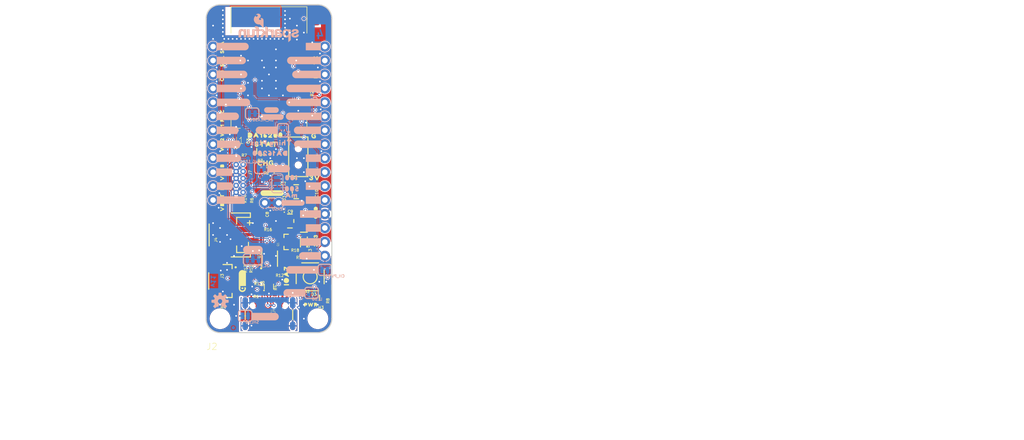
<source format=kicad_pcb>
(kicad_pcb (version 20211014) (generator pcbnew)
  (layers (0 "F.Cu" signal) (1 "In1.Cu" signal) (2 "In2.Cu" signal) (31 "B.Cu" signal) (34 "B.Paste" user) (35 "F.Paste" user) (36 "B.SilkS" user "B.Silkscreen") (37 "F.SilkS" user "F.Silkscreen") (38 "B.Mask" user) (39 "F.Mask" user) (44 "Edge.Cuts" user))
  (net 0 "")
  (net 1 "3.3V")
  (net 2 "GND")
  (net 3 "V_USB")
  (net 4 "N$9")
  (net 5 "N$14")
  (net 6 "V_BATT")
  (net 7 "N$17")
  (net 8 "N$1")
  (net 9 "EN")
  (net 10 "N$2")
  (net 11 "N$3")
  (net 12 "~{RESET}/SPI_CLK")
  (net 13 "GPIOC6")
  (net 14 "N$11")
  (net 15 "N$12")
  (net 16 "N$15")
  (net 17 "N$7")
  (net 18 "I2C_SDA")
  (net 19 "I2C_SCL")
  (net 20 "U1TXO")
  (net 21 "U1RXI")
  (net 22 "SPI_POCI")
  (net 23 "SPI_PICO")
  (net 24 "SPI_CSB")
  (net 25 "GPIOA10")
  (net 26 "GPIOC7")
  (net 27 "GPIOC8")
  (net 28 "U0RXI")
  (net 29 "U0TXO")
  (net 30 "TMS")
  (net 31 "TCLK")
  (net 32 "RTC_PWR_KEY")
  (net 33 "RTC_WAKE1")
  (net 34 "HDR_RTC_WAKE2")
  (net 35 "N$4")
  (net 36 "N$5")
  (net 37 "N$6")
  (net 38 "N$13")
  (net 39 "N$16")
  (net 40 "N$18")
  (net 41 "N$19")
  (net 42 "N$10")
  (net 43 "N$20")
  (net 44 "N$21")
  (net 45 "N$24")
  (net 46 "A_CH2")
  (net 47 "A_CH3")
  (net 48 "STAT_LED")
  (net 49 "N$22")
  (net 50 "N$27")
  (net 51 "N$23")
  (net 52 "N$26")
  (net 53 "N$8")
  (net 54 "~{RESET}")
  (footprint "eagleBoard:CREATIVE_COMMONS" (layer "F.Cu") (at 119.9261 153.8986)
    (fp_text reference "FRAME1" hide)
    (fp_text value "FRAME-LEDGER" hide)
  )
  (footprint "eagleBoard:JST04_1MM_RA" (layer "F.Cu") (at 142.1511 125.4506 -90)
    (fp_text reference "J3")
    (fp_text value "Qwiic")
  )
  (footprint "eagleBoard:TACTILE_SWITCH_SMD_5.2MM" (layer "F.Cu") (at 155.9941 124.6886 180)
    (fp_text reference "S2")
    (fp_text value "MOMENTARY-SWITCH-SPST-SMD-5.2MM-TALL")
  )
  (footprint "eagleBoard:XCVR_DA16200MOD-AAC4WA32" (layer "F.Cu") (at 148.5011 86.5886)
    (fp_text reference "U1")
    (fp_text value "DA16200MOD")
  )
  (footprint "eagleBoard:WK20" (layer "F.Cu") (at 139.9921 102.3366 90)
    (fp_text reference "U$35" hide)
    (fp_text value "" hide)
  )
  (footprint "eagleBoard:EN0" (layer "F.Cu") (at 139.9921 109.4486 90)
    (fp_text reference "U$37" hide)
    (fp_text value "" hide)
  )
  (footprint "eagleBoard:USB-C-16P-4LAYER-ISOLATED" (layer "F.Cu") (at 148.5011 128.4986)
    (fp_text reference "J5")
    (fp_text value "USB C")
  )
  (footprint "eagleBoard:G0" (layer "F.Cu") (at 155.4861 99.0346)
    (fp_text reference "U$4" hide)
    (fp_text value "" hide)
  )
  (footprint "eagleBoard:0402-TIGHT" (layer "F.Cu") (at 156.7561 83.4136 90)
    (fp_text reference "C2")
    (fp_text value "0.1uF")
  )
  (footprint "eagleBoard:0402-TIGHT" (layer "F.Cu") (at 144.5641 101.8286 180)
    (fp_text reference "R7")
    (fp_text value "4.7k")
  )
  (footprint "eagleBoard:0402-TIGHT" (layer "F.Cu") (at 147.4851 102.9716 180)
    (fp_text reference "R3")
    (fp_text value "1k")
  )
  (footprint "eagleBoard:0402-TIGHT" (layer "F.Cu") (at 144.8181 124.0536 90)
    (fp_text reference "R17")
    (fp_text value "2.2k")
  )
  (footprint "eagleBoard:QWIIC_4MM" (layer "F.Cu") (at 143.6751 125.4506 90)
    (fp_text reference "U$64" hide)
    (fp_text value "" hide)
  )
  (footprint "eagleBoard:WK10" (layer "F.Cu") (at 139.9921 99.6696 90)
    (fp_text reference "U$34" hide)
    (fp_text value "" hide)
  )
  (footprint "eagleBoard:0402-TIGHT" (layer "F.Cu") (at 156.6291 108.6866 -90)
    (fp_text reference "C10")
    (fp_text value "4.7uF")
  )
  (footprint "eagleBoard:SWITCH_DPDT_SMD_AYZ0202" (layer "F.Cu") (at 153.8351 102.8446 90)
    (fp_text reference "S1")
    (fp_text value "")
  )
  (footprint "eagleBoard:CHG0" (layer "F.Cu") (at 145.7071 103.9876)
    (fp_text reference "U$2" hide)
    (fp_text value "" hide)
  )
  (footprint "eagleBoard:LED-0603" (layer "F.Cu") (at 147.8661 105.2576)
    (fp_text reference "D1")
    (fp_text value "Yellow")
  )
  (footprint "eagleBoard:0402-TIGHT" (layer "F.Cu") (at 147.3501 125.1966 180)
    (fp_text reference "R11")
    (fp_text value "27" hide)
  )
  (footprint "eagleBoard:0402-TIGHT" (layer "F.Cu") (at 156.7561 121.1246 90)
    (fp_text reference "R13")
    (fp_text value "10k" hide)
  )
  (footprint "eagleBoard:0402-TIGHT" (layer "F.Cu") (at 158.6611 128.4986 -90)
    (fp_text reference "R8")
    (fp_text value "1k")
  )
  (footprint "eagleBoard:TX0" (layer "F.Cu") (at 157.0101 86.5886 90)
    (fp_text reference "U$41" hide)
    (fp_text value "" hide)
  )
  (footprint "eagleBoard:THING_PLUS" (layer "F.Cu") (at 137.0711 134.8486)
    (fp_text reference "J2")
    (fp_text value "THING_PLUS")
  )
  (footprint "eagleBoard:0402-TIGHT" (layer "F.Cu") (at 152.9461 112.2426 180)
    (fp_text reference "C9")
    (fp_text value "2.2uF")
  )
  (footprint "eagleBoard:SOT23-5" (layer "F.Cu") (at 152.3111 114.5286 -90)
    (fp_text reference "U7")
    (fp_text value "XC6222B331MR-G" hide)
  )
  (footprint "eagleBoard:3V0" (layer "F.Cu") (at 155.1051 106.6546)
    (fp_text reference "U$9" hide)
    (fp_text value "" hide)
  )
  (footprint "eagleBoard:VUSB0" (layer "F.Cu") (at 139.9921 107.6706 90)
    (fp_text reference "U$38" hide)
    (fp_text value "" hide)
  )
  (footprint "eagleBoard:STAT0" (layer "F.Cu") (at 145.1991 100.5586)
    (fp_text reference "U$1" hide)
    (fp_text value "" hide)
  )
  (footprint "eagleBoard:0402-TIGHT" (layer "F.Cu") (at 144.9451 111.3456 90)
    (fp_text reference "R14")
    (fp_text value "10k")
  )
  (footprint "eagleBoard:0402-TIGHT" (layer "F.Cu") (at 150.2791 127.2286 90)
    (fp_text reference "R4")
    (fp_text value "5.1k")
  )
  (footprint "eagleBoard:SOT886" (layer "F.Cu") (at 148.5011 126.4666 90)
    (fp_text reference "D5")
    (fp_text value "PRTR5V0U2F")
  )
  (footprint "eagleBoard:2X5-PTH-1.27MM-NO_SILK" (layer "F.Cu") (at 143.1671 106.7816 -90)
    (fp_text reference "J7")
    (fp_text value "CORTEX_JTAG_DEBUG_PTH_NS")
  )
  (footprint "eagleBoard:0402-TIGHT" (layer "F.Cu") (at 146.7231 127.7366 180)
    (fp_text reference "R1")
    (fp_text value "5.1k")
  )
  (footprint "eagleBoard:STAND-OFF" (layer "F.Cu") (at 139.6111 132.3086)
    (fp_text reference "H4")
    (fp_text value "STAND-OFF")
  )
  (footprint "eagleBoard:SCL0" (layer "F.Cu") (at 139.9921 86.9696 90)
    (fp_text reference "U$25" hide)
    (fp_text value "" hide)
  )
  (footprint "eagleBoard:0402-TIGHT" (layer "F.Cu") (at 145.9611 111.3536 90)
    (fp_text reference "R6")
    (fp_text value "2.0K")
  )
  (footprint "eagleBoard:FIDUCIAL-MICRO" (layer "F.Cu") (at 138.3411 129.7686)
    (fp_text reference "FD1" hide)
    (fp_text value "FIDUCIALUFIDUCIAL" hide)
  )
  (footprint "eagleBoard:100" (layer "F.Cu") (at 139.9921 91.5416 90)
    (fp_text reference "U$32" hide)
    (fp_text value "" hide)
  )
  (footprint "eagleBoard:RX0" (layer "F.Cu") (at 157.0101 89.1286 90)
    (fp_text reference "U$42" hide)
    (fp_text value "" hide)
  )
  (footprint "eagleBoard:VBAT0" (layer "F.Cu") (at 139.9921 113.2586 90)
    (fp_text reference "U$39" hide)
    (fp_text value "" hide)
  )
  (footprint "eagleBoard:SOD-323" (layer "F.Cu") (at 154.8511 118.3386 -90)
    (fp_text reference "D2")
    (fp_text value "1A/23V/620mV")
  )
  (footprint "eagleBoard:0402-TIGHT" (layer "F.Cu") (at 147.4851 106.3752)
    (fp_text reference "R2")
    (fp_text value "1k")
  )
  (footprint "eagleBoard:GND0" (layer "F.Cu") (at 157.0101 114.6556 90)
    (fp_text reference "U$55" hide)
    (fp_text value "" hide)
  )
  (footprint "eagleBoard:SOT23-3" (layer "F.Cu") (at 151.9301 118.3386 90)
    (fp_text reference "Q1")
    (fp_text value "20V/4.2A/52mΩ/1.4W")
  )
  (footprint "eagleBoard:LED-0603" (layer "F.Cu") (at 147.8661 101.8286 180)
    (fp_text reference "D4")
    (fp_text value "BLUE")
  )
  (footprint "eagleBoard:LED-0603" (layer "F.Cu") (at 156.1211 128.4986)
    (fp_text reference "D3")
    (fp_text value "RED")
  )
  (footprint "eagleBoard:C60" (layer "F.Cu") (at 139.9921 104.2416 90)
    (fp_text reference "U$65" hide)
    (fp_text value "" hide)
  )
  (footprint "eagleBoard:JST-2-SMD" (layer "F.Cu") (at 140.6271 117.0686 90)
    (fp_text reference "J4")
    (fp_text value "")
  )
  (footprint "eagleBoard:0402-TIGHT" (layer "F.Cu") (at 144.1831 99.4156 -90)
    (fp_text reference "C3")
    (fp_text value "0.1uF")
  )
  (footprint "eagleBoard:0402-TIGHT" (layer "F.Cu") (at 154.9781 120.6246 180)
    (fp_text reference "R15")
    (fp_text value "10k")
  )
  (footprint "eagleBoard:0402-TIGHT" (layer "F.Cu") (at 148.7551 113.8936 90)
    (fp_text reference "C8")
    (fp_text value "1.0uF")
  )
  (footprint "eagleBoard:0402-TIGHT" (layer "F.Cu") (at 145.8341 124.0536 90)
    (fp_text reference "R10")
    (fp_text value "2.2k")
  )
  (footprint "eagleBoard:#CSB#0" (layer "F.Cu") (at 139.8651 89.6366 90)
    (fp_text reference "U$26" hide)
    (fp_text value "" hide)
  )
  (footprint "eagleBoard:#MEAS#0" (layer "F.Cu") (at 146.9771 109.4486)
    (fp_text reference "U$8" hide)
    (fp_text value "" hide)
  )
  (footprint "eagleBoard:0402-TIGHT" (layer "F.Cu") (at 141.8971 101.8286)
    (fp_text reference "R5")
    (fp_text value "4.7k")
  )
  (footprint "eagleBoard:SDA0" (layer "F.Cu") (at 139.9921 84.5566 90)
    (fp_text reference "U$24" hide)
    (fp_text value "" hide)
  )
  (footprint "eagleBoard:IOA7_0" (layer "F.Cu") (at 151.6761 126.9746 90)
    (fp_text reference "U$13" hide)
    (fp_text value "" hide)
  )
  (footprint "eagleBoard:SOT23-5" (layer "F.Cu") (at 153.4541 109.1946 90)
    (fp_text reference "U3")
    (fp_text value "MCP73831")
  )
  (footprint "eagleBoard:PWR0" (layer "F.Cu") (at 156.1211 129.7686)
    (fp_text reference "U$16" hide)
    (fp_text value "" hide)
  )
  (footprint "eagleBoard:3V30" (layer "F.Cu") (at 157.0101 119.7356 90)
    (fp_text reference "U$57" hide)
    (fp_text value "" hide)
  )
  (footprint "eagleBoard:RTC0" (layer "F.Cu") (at 139.9921 97.0026 90)
    (fp_text reference "U$33" hide)
    (fp_text value "" hide)
  )
  (footprint "eagleBoard:80" (layer "F.Cu") (at 157.0101 93.9546 90)
    (fp_text reference "U$45" hide)
    (fp_text value "" hide)
  )
  (footprint "eagleBoard:FIDUCIAL-MICRO" (layer "F.Cu") (at 154.8511 77.6986)
    (fp_text reference "FD2" hide)
    (fp_text value "FIDUCIALUFIDUCIAL" hide)
  )
  (footprint "eagleBoard:STAND-OFF" (layer "F.Cu") (at 157.3911 132.3086)
    (fp_text reference "H3")
    (fp_text value "STAND-OFF")
  )
  (footprint "eagleBoard:0402-TIGHT" (layer "F.Cu") (at 152.4461 120.6246)
    (fp_text reference "R18")
    (fp_text value "100")
  )
  (footprint "eagleBoard:0402-TIGHT" (layer "F.Cu") (at 146.2151 119.1006 180)
    (fp_text reference "C1")
    (fp_text value "0.1uF")
  )
  (footprint "eagleBoard:MSOP10" (layer "F.Cu") (at 148.6281 121.3866 90)
    (fp_text reference "U2")
    (fp_text value "CH340E_MSOP10")
  )
  (footprint "eagleBoard:70" (layer "F.Cu") (at 157.0101 96.1136 90)
    (fp_text reference "U$47" hide)
    (fp_text value "" hide)
  )
  (footprint "eagleBoard:DA162000" (layer "F.Cu") (at 143.9291 98.9076)
    (fp_text reference "U$81" hide)
    (fp_text value "" hide)
  )
  (footprint "eagleBoard:110" (layer "F.Cu") (at 139.9921 93.9546 90)
    (fp_text reference "U$28" hide)
    (fp_text value "" hide)
  )
  (footprint "eagleBoard:0402-TIGHT" (layer "F.Cu") (at 149.6521 125.1966)
    (fp_text reference "R12")
    (fp_text value "27" hide)
  )
  (footprint "eagleBoard:0402-TIGHT" (layer "F.Cu") (at 151.6761 107.1626 180)
    (fp_text reference "C7")
    (fp_text value "4.7uF")
  )
  (footprint "eagleBoard:ORDERING_INSTRUCTIONS" (layer "F.Cu") (at 184.0611 77.6986)
    (fp_text reference "U$31" hide)
    (fp_text value "" hide)
  )
  (footprint "eagleBoard:90" (layer "F.Cu") (at 157.0101 91.1606 90)
    (fp_text reference "U$44" hide)
    (fp_text value "" hide)
  )
  (footprint "eagleBoard:0402-TIGHT" (layer "F.Cu") (at 156.8831 91.9226 90)
    (fp_text reference "R20")
    (fp_text value "10k")
  )
  (footprint "eagleBoard:0402-TIGHT" (layer "F.Cu") (at 149.1361 115.5446 180)
    (fp_text reference "R16")
    (fp_text value "10k")
  )
  (footprint "eagleBoard:#2#A2#0" (layer "B.Cu") (at 158.2801 98.0186 180)
    (fp_text reference "U$69" hide)
    (fp_text value "" hide)
  )
  (footprint "eagleBoard:SMT-JUMPER_2_NC_TRACE_SILK" (layer "B.Cu") (at 145.4531 94.9706)
    (fp_text reference "DA_MEAS0")
    (fp_text value "JUMPER-SMT_2_NC_TRACE_SILK")
  )
  (footprint "eagleBoard:#I�C#0" (layer "B.Cu") (at 147.3581 119.7356 180)
    (fp_text reference "U$82" hide)
    (fp_text value "" hide)
  )
  (footprint "eagleBoard:MA0" (layer "B.Cu") (at 154.3431 109.8296 180)
    (fp_text reference "U$23" hide)
    (fp_text value "" hide)
  )
  (footprint "eagleBoard:1000" (layer "B.Cu") (at 154.4701 106.6546 180)
    (fp_text reference "U$22" hide)
    (fp_text value "" hide)
  )
  (footprint "eagleBoard:#LED#0" (layer "B.Cu") (at 155.3591 127.6096 180)
    (fp_text reference "U$84" hide)
    (fp_text value "" hide)
  )
  (footprint "eagleBoard:#IOC6#0" (layer "B.Cu") (at 143.4211 103.0986 180)
    (fp_text reference "U$60" hide)
    (fp_text value "" hide)
  )
  (footprint "eagleBoard:#NC#0" (layer "B.Cu") (at 158.2801 82.7786 180)
    (fp_text reference "U$40" hide)
    (fp_text value "" hide)
  )
  (footprint "eagleBoard:#8#PICO#0" (layer "B.Cu") (at 158.2801 92.9386 180)
    (fp_text reference "U$67" hide)
    (fp_text value "" hide)
  )
  (footprint "eagleBoard:#DA#0" (layer "B.Cu") (at 150.2791 94.3356 180)
    (fp_text reference "U$17" hide)
    (fp_text value "" hide)
  )
  (footprint "eagleBoard:#GND#0" (layer "B.Cu") (at 158.2801 113.2586 180)
    (fp_text reference "U$50" hide)
    (fp_text value "" hide)
  )
  (footprint "eagleBoard:PAD.03X.03" (layer "B.Cu") (at 144.6911 100.5586 180)
    (fp_text reference "TMS0" hide)
    (fp_text value "TEST-POINT3" hide)
  )
  (footprint "eagleBoard:#MEAS#0" (layer "B.Cu") (at 151.1681 95.6056 180)
    (fp_text reference "U$29" hide)
    (fp_text value "" hide)
  )
  (footprint "eagleBoard:SFE_LOGO_NAME_FLAME_.1" (layer "B.Cu") (at 148.3741 80.4926 180)
    (fp_text reference "LOGO2" hide)
    (fp_text value "SFE_LOGO_NAME_FLAME.1_INCH" hide)
  )
  (footprint "eagleBoard:SMT-JUMPER_2_NC_TRACE_SILK" (layer "B.Cu") (at 158.6611 123.4186)
    (fp_text reference "CH_PWR0")
    (fp_text value "JUMPER-SMT_2_NC_TRACE_SILK")
  )
  (footprint "eagleBoard:#3#A3#0" (layer "B.Cu") (at 158.2801 100.5586 180)
    (fp_text reference "U$70" hide)
    (fp_text value "" hide)
  )
  (footprint "eagleBoard:#4#TXO#0" (layer "B.Cu") (at 158.2801 85.3186 180)
    (fp_text reference "U$27" hide)
    (fp_text value "" hide)
  )
  (footprint "eagleBoard:#NC#0" (layer "B.Cu") (at 158.2801 103.0986 180)
    (fp_text reference "U$14" hide)
    (fp_text value "" hide)
  )
  (footprint "eagleBoard:#NC#0" (layer "B.Cu") (at 158.2801 110.7186 180)
    (fp_text reference "U$19" hide)
    (fp_text value "" hide)
  )
  (footprint "eagleBoard:#WK2#0" (layer "B.Cu") (at 143.4211 100.5586 180)
    (fp_text reference "U$71" hide)
    (fp_text value "" hide)
  )
  (footprint "eagleBoard:COMBO-JUMPER_2_NC_TRACE" (layer "B.Cu") (at 149.0091 111.2266)
    (fp_text reference "MEAS0")
    (fp_text value "JUMPER-COMBO_2_NC_TRACE")
  )
  (footprint "eagleBoard:FIDUCIAL-MICRO" (layer "B.Cu") (at 154.8511 77.6986 180)
    (fp_text reference "FD4" hide)
    (fp_text value "FIDUCIALUFIDUCIAL" hide)
  )
  (footprint "eagleBoard:#WK1#0" (layer "B.Cu") (at 143.0401 98.0186 180)
    (fp_text reference "U$72" hide)
    (fp_text value "" hide)
  )
  (footprint "eagleBoard:#6##CSB##0" (layer "B.Cu") (at 144.5641 87.8586 180)
    (fp_text reference "U$62" hide)
    (fp_text value "" hide)
  )
  (footprint "eagleBoard:#NC#0" (layer "B.Cu") (at 158.2801 108.1786 180)
    (fp_text reference "U$18" hide)
    (fp_text value "" hide)
  )
  (footprint "eagleBoard:SMT-JUMPER_3_2-NC_TRACE_SILK" (layer "B.Cu") (at 145.5801 121.5136)
    (fp_text reference "I2C_PU0")
    (fp_text value "JUMPER-SMT_3_2-NC_TRACE_SILK" hide)
  )
  (footprint "eagleBoard:#EN#0" (layer "B.Cu") (at 142.0241 108.1786 180)
    (fp_text reference "U$53" hide)
    (fp_text value "" hide)
  )
  (footprint "eagleBoard:SMT-JUMPER_2_NC_TRACE_SILK" (layer "B.Cu") (at 144.1831 131.8006)
    (fp_text reference "SHLD0")
    (fp_text value "JUMPER-SMT_2_NC_TRACE_SILK")
  )
  (footprint "eagleBoard:#3V3#0" (layer "B.Cu") (at 158.2801 118.3386 180)
    (fp_text reference "U$51" hide)
    (fp_text value "" hide)
  )
  (footprint "eagleBoard:##RST##0" (layer "B.Cu") (at 150.4061 98.0186 180)
    (fp_text reference "U$43" hide)
    (fp_text value "" hide)
  )
  (footprint "eagleBoard:SMT-JUMPER_2_NC_TRACE_SILK" (layer "B.Cu") (at 147.1041 104.8766 180)
    (fp_text reference "CHG_LED0")
    (fp_text value "JUMPER-SMT_2_NC_TRACE_SILK")
  )
  (footprint "eagleBoard:#CHG#0" (layer "B.Cu") (at 152.3111 105.0036 180)
    (fp_text reference "U$59" hide)
    (fp_text value "" hide)
  )
  (footprint "eagleBoard:PAD.03X.03" (layer "B.Cu") (at 144.6911 103.0986 180)
    (fp_text reference "GPIOC7" hide)
    (fp_text value "TEST-POINT3" hide)
  )
  (footprint "eagleBoard:#VU#0" (layer "B.Cu") (at 142.1511 105.6386 180)
    (fp_text reference "U$6" hide)
    (fp_text value "" hide)
  )
  (footprint "eagleBoard:SMT-JUMPER_2_NC_TRACE_SILK" (layer "B.Cu") (at 156.2481 127.6096)
    (fp_text reference "LED0")
    (fp_text value "JUMPER-SMT_2_NC_TRACE_SILK")
  )
  (footprint "eagleBoard:#CH340#0" (layer "B.Cu") (at 157.7721 123.4186 180)
    (fp_text reference "U$10" hide)
    (fp_text value "" hide)
  )
  (footprint "eagleBoard:SMT-JUMPER_3_1-NC_TRACE_SILK" (layer "B.Cu") (at 150.0251 107.6706 -90)
    (fp_text reference "CHG0")
    (fp_text value "JUMPER-SMT_3_1-NC_TRACE_SILK")
  )
  (footprint "eagleBoard:##RST##0" (layer "B.Cu") (at 158.2801 120.8786 180)
    (fp_text reference "U$5" hide)
    (fp_text value "" hide)
  )
  (footprint "eagleBoard:#1#SCL#0" (layer "B.Cu") (at 144.3101 85.3186 180)
    (fp_text reference "U$12" hide)
    (fp_text value "" hide)
  )
  (footprint "eagleBoard:#11#LED#0" (layer "B.Cu") (at 145.0721 92.9386 180)
    (fp_text reference "U$63" hide)
    (fp_text value "" hide)
  )
  (footprint "eagleBoard:#7#SCLK#0" (layer "B.Cu") (at 158.4071 95.4786 180)
    (fp_text reference "U$68" hide)
    (fp_text value "" hide)
  )
  (footprint "eagleBoard:FIDUCIAL-MICRO" (layer "B.Cu") (at 142.0241 133.9596 180)
    (fp_text reference "FD3" hide)
    (fp_text value "FIDUCIALUFIDUCIAL" hide)
  )
  (footprint "eagleBoard:#0#SDA#0" (layer "B.Cu") (at 144.8181 82.7786 180)
    (fp_text reference "U$11" hide)
    (fp_text value "" hide)
  )
  (footprint "eagleBoard:THING_PLUS0" (layer "B.Cu") (at 153.3271 100.3046 180)
    (fp_text reference "U$56" hide)
    (fp_text value "" hide)
  )
  (footprint "eagleBoard:#5#RXI#0" (layer "B.Cu") (at 158.2801 87.8586 180)
    (fp_text reference "U$36" hide)
    (fp_text value "" hide)
  )
  (footprint "eagleBoard:DA162000" (layer "B.Cu") (at 152.5651 102.2096 180)
    (fp_text reference "U$80" hide)
    (fp_text value "" hide)
  )
  (footprint "eagleBoard:SMT-JUMPER_2_NC_TRACE_SILK" (layer "B.Cu") (at 151.0411 98.0186 90)
    (fp_text reference "RST0")
    (fp_text value "JUMPER-SMT_2_NC_TRACE_SILK")
  )
  (footprint "eagleBoard:OSHW-LOGO-S" (layer "B.Cu") (at 139.6111 129.1336 180)
    (fp_text reference "LOGO1" hide)
    (fp_text value "OSHW-LOGOS" hide)
  )
  (footprint "eagleBoard:#9#POCI#0" (layer "B.Cu") (at 158.2801 90.3986 180)
    (fp_text reference "U$66" hide)
    (fp_text value "" hide)
  )
  (footprint "eagleBoard:#NC#0" (layer "B.Cu") (at 158.2801 105.6386 180)
    (fp_text reference "U$15" hide)
    (fp_text value "" hide)
  )
  (footprint "eagleBoard:#IOA10#0" (layer "B.Cu") (at 144.3101 90.3986 180)
    (fp_text reference "U$7" hide)
    (fp_text value "" hide)
  )
  (footprint "eagleBoard:#RTC#0" (layer "B.Cu") (at 143.0401 95.4786 180)
    (fp_text reference "U$73" hide)
    (fp_text value "" hide)
  )
  (footprint "eagleBoard:5000" (layer "B.Cu") (at 154.5971 108.6866 180)
    (fp_text reference "U$21" hide)
    (fp_text value "" hide)
  )
  (footprint "eagleBoard:#NC#0" (layer "B.Cu") (at 158.2801 115.7986 180)
    (fp_text reference "U$20" hide)
    (fp_text value "" hide)
  )
  (footprint "eagleBoard:#MEAS_#0" (layer "B.Cu") (at 154.9781 111.2266 180)
    (fp_text reference "U$3" hide)
    (fp_text value "" hide)
  )
  (footprint "eagleBoard:#SHLD#0" (layer "B.Cu") (at 150.2791 131.9276 180)
    (fp_text reference "U$85" hide)
    (fp_text value "" hide)
  )
  (footprint "eagleBoard:#VBAT#0" (layer "B.Cu") (at 144.4371 110.7186 180)
    (fp_text reference "U$30" hide)
    (fp_text value "" hide)
  )
  (gr_arc (start 157.3911 75.1586) (mid 159.187151 75.902549) (end 159.9311 77.6986) (layer "Edge.Cuts") (width 0.2032))
  (gr_line (start 159.9311 77.6986) (end 159.9311 132.3086) (layer "Edge.Cuts") (width 0.2032))
  (gr_line (start 139.6111 75.1586) (end 157.3911 75.1586) (layer "Edge.Cuts") (width 0.2032))
  (gr_arc (start 139.6111 134.8486) (mid 137.815049 134.104651) (end 137.0711 132.3086) (layer "Edge.Cuts") (width 0.2032))
  (gr_line (start 137.0711 132.3086) (end 137.0711 77.6986) (layer "Edge.Cuts") (width 0.2032))
  (gr_arc (start 137.0711 77.6986) (mid 137.815049 75.902549) (end 139.6111 75.1586) (layer "Edge.Cuts") (width 0.2032))
  (gr_line (start 157.3911 134.8486) (end 139.6111 134.8486) (layer "Edge.Cuts") (width 0.2032))
  (gr_arc (start 159.9311 132.3086) (mid 159.187151 134.104651) (end 157.3911 134.8486) (layer "Edge.Cuts") (width 0.2032))
  (gr_text "1" (at 156.1211 78.9686) (layer "F.Cu") (effects (font (size 1.5113 1.5113) (thickness 0.2667)) (justify left bottom)))
  (gr_text "v11" (at 138.3411 125.4506 -90) (layer "B.Cu") (effects (font (size 0.8128 0.8128) (thickness 0.2032)) (justify mirror)))
  (gr_text "4" (at 158.6611 81.5086) (layer "B.Cu") (effects (font (size 1.5113 1.5113) (thickness 0.2667)) (justify left bottom mirror)))
  (gr_text "+" (at 144.1831 115.4176) (layer "F.SilkS") (effects (font (size 1.0795 1.0795) (thickness 0.1905)) (justify left bottom)))
  (gr_text "-" (at 145.3261 119.6086 90) (layer "F.SilkS") (effects (font (size 1.0795 1.0795) (thickness 0.1905)) (justify left bottom)))
  (segment (start 142.1511 124.9506) (end 141.0161 124.9506) (width 0.3048) (layer "F.Cu") (net 1))
  (segment (start 156.8831 91.4226) (end 157.5261 91.4226) (width 0.3048) (layer "F.Cu") (net 1))
  (segment (start 154.7241 113.0046) (end 153.9621 112.2426) (width 0.1778) (layer "F.Cu") (net 1))
  (segment (start 146.7151 119.1006) (end 146.7231 119.1086) (width 0.3048) (layer "F.Cu") (net 1))
  (segment (start 156.7561 120.6246) (end 157.3911 119.9896) (width 0.1778) (layer "F.Cu") (net 1))
  (segment (start 157.3911 119.6086) (end 158.6611 118.3386) (width 0.1778) (layer "F.Cu") (net 1))
  (segment (start 153.4461 112.2426) (end 153.9621 112.2426) (width 0.1778) (layer "F.Cu") (net 1))
  (segment (start 151.0101 104.3996) (end 151.0411 104.3686) (width 0.3048) (layer "F.Cu") (net 1))
  (segment (start 154.7241 113.0046) (end 154.7241 113.5126) (width 0.1778) (layer "F.Cu") (net 1))
  (segment (start 141.0161 124.9506) (end 141.0081 124.9426) (width 0.3048) (layer "F.Cu") (net 1))
  (segment (start 154.7241 113.5786) (end 153.6112 113.5786) (width 0.1778) (layer "F.Cu") (net 1))
  (segment (start 146.7231 119.1086) (end 146.7231 119.8626) (width 0.3048) (layer "F.Cu") (net 1))
  (segment (start 151.0101 105.3446) (end 151.0101 104.3996) (width 0.3048) (layer "F.Cu") (net 1))
  (segment (start 154.7241 113.5126) (end 154.7241 113.5786) (width 0.1778) (layer "F.Cu") (net 1))
  (segment (start 157.5261 91.4226) (end 157.6451 91.5416) (width 0.3048) (layer "F.Cu") (net 1))
  (segment (start 157.3911 119.6086) (end 157.3911 119.9896) (width 0.1778) (layer "F.Cu") (net 1))
  (via (at 146.7231 119.8626) (size 0.5588) (drill 0.3048) (layers "F.Cu" "B.Cu") (net 1))
  (via (at 157.6451 91.5416) (size 0.5588) (drill 0.3048) (layers "F.Cu" "B.Cu") (net 1))
  (via (at 159.1691 124.8156) (size 0.5588) (drill 0.3048) (layers "F.Cu" "B.Cu") (net 1))
  (via (at 147.2311 95.4786) (size 0.5588) (drill 0.3048) (layers "F.Cu" "B.Cu") (net 1))
  (via (at 145.5801 119.9896) (size 0.5588) (drill 0.3048) (layers "F.Cu" "B.Cu") (net 1))
  (via (at 156.7561 126.4666) (size 0.5588) (drill 0.3048) (layers "F.Cu" "B.Cu") (net 1))
  (via (at 151.0411 104.3686) (size 0.5588) (drill 0.3048) (layers "F.Cu" "B.Cu") (net 1))
  (via (at 141.0081 124.9426) (size 0.5588) (drill 0.3048) (layers "F.Cu" "B.Cu") (net 1))
  (via (at 154.7241 113.5126) (size 0.5588) (drill 0.3048) (layers "F.Cu" "B.Cu") (net 1))
  (segment (start 156.7688 127.6096) (end 156.7688 126.4793) (width 0.3048) (layer "B.Cu") (net 1))
  (segment (start 156.7688 126.4793) (end 156.7561 126.4666) (width 0.3048) (layer "B.Cu") (net 1))
  (segment (start 159.1818 124.8029) (end 159.1691 124.8156) (width 0.3048) (layer "B.Cu") (net 1))
  (segment (start 159.1818 123.4186) (end 159.1818 124.8029) (width 0.3048) (layer "B.Cu") (net 1))
  (segment (start 145.9738 94.9706) (end 146.7231 94.9706) (width 0.3048) (layer "B.Cu") (net 1))
  (segment (start 145.5801 121.5136) (end 145.5801 119.9896) (width 0.3048) (layer "B.Cu") (net 1))
  (segment (start 146.7231 94.9706) (end 147.2311 95.4786) (width 0.3048) (layer "B.Cu") (net 1))
  (segment (start 145.2761 128.8386) (end 145.2761 127.9136) (width 0.1778) (layer "F.Cu") (net 2))
  (segment (start 158.6611 126.7206) (end 158.7881 126.5936) (width 0.1778) (layer "F.Cu") (net 2))
  (segment (start 151.7261 128.8386) (end 151.7261 128.0766) (width 0.1778) (layer "F.Cu") (net 2))
  (segment (start 145.2761 127.9136) (end 145.3261 127.8636) (width 0.1778) (layer "F.Cu") (net 2))
  (segment (start 152.1931 127.6096) (end 151.7261 128.0766) (width 0.1778) (layer "F.Cu") (net 2))
  (segment (start 158.6611 127.9986) (end 158.6611 126.7206) (width 0.1778) (layer "F.Cu") (net 2))
  (segment (start 152.8191 127.6096) (end 152.1931 127.6096) (width 0.1778) (layer "F.Cu") (net 2))
  (via (at 149.7711 85.3186) (size 0.5588) (drill 0.3048) (layers "F.Cu" "B.Cu") (net 2))
  (via (at 149.7711 90.3986) (size 0.5588) (drill 0.3048) (layers "F.Cu" "B.Cu") (net 2))
  (via (at 158.9151 125.5776) (size 0.5588) (drill 0.3048) (layers "F.Cu" "B.Cu") (net 2))
  (via (at 146.4691 81.3816) (size 0.5588) (drill 0.3048) (layers "F.Cu" "B.Cu") (net 2))
  (via (at 140.3731 81.3816) (size 0.5588) (drill 0.3048) (layers "F.Cu" "B.Cu") (net 2))
  (via (at 154.8511 80.2386) (size 0.5588) (drill 0.3048) (layers "F.Cu" "B.Cu") (net 2))
  (via (at 141.8971 81.3816) (size 0.5588) (drill 0.3048) (layers "F.Cu" "B.Cu") (net 2))
  (via (at 140.1191 77.0636) (size 0.5588) (drill 0.3048) (layers "F.Cu" "B.Cu") (net 2))
  (via (at 139.6111 115.7986) (size 0.5588) (drill 0.3048) (layers "F.Cu" "B.Cu") (net 2))
  (via (at 144.6911 89.3826) (size 0.5588) (drill 0.3048) (layers "F.Cu" "B.Cu") (net 2))
  (via (at 140.8811 117.0686) (size 0.5588) (drill 0.3048) (layers "F.Cu" "B.Cu") (net 2))
  (via (at 142.1511 129.7686) (size 0.5588) (drill 0.3048) (layers "F.Cu" "B.Cu") (net 2))
  (via (at 140.8811 122.1486) (size 0.5588) (drill 0.3048) (layers "F.Cu" "B.Cu") (net 2))
  (via (at 144.9451 81.3816) (size 0.5588) (drill 0.3048) (layers "F.Cu" "B.Cu") (net 2))
  (via (at 151.0411 81.3816) (size 0.5588) (drill 0.3048) (layers "F.Cu" "B.Cu") (net 2))
  (via (at 151.1681 112.3696) (size 0.5588) (drill 0.3048) (layers "F.Cu" "B.Cu") (net 2))
  (via (at 148.7551 103.0986) (size 0.5588) (drill 0.3048) (layers "F.Cu" "B.Cu") (net 2))
  (via (at 148.5011 87.8586) (size 0.5588) (drill 0.3048) (layers "F.Cu" "B.Cu") (net 2))
  (via (at 147.6121 86.5886) (size 0.5588) (drill 0.3048) (layers "F.Cu" "B.Cu") (net 2))
  (via (at 151.4221 76.3016) (size 0.5588) (drill 0.3048) (layers "F.Cu" "B.Cu") (net 2))
  (via (at 153.5811 81.5086) (size 0.5588) (drill 0.3048) (layers "F.Cu" "B.Cu") (net 2))
  (via (at 155.2321 96.6216) (size 0.5588) (drill 0.3048) (layers "F.Cu" "B.Cu") (net 2))
  (via (at 147.6121 120.4976) (size 0.5588) (drill 0.3048) (layers "F.Cu" "B.Cu") (net 2))
  (via (at 145.3261 101.0666) (size 0.5588) (drill 0.3048) (layers "F.Cu" "B.Cu") (net 2))
  (via (at 157.8991 94.2086) (size 0.5588) (drill 0.3048) (layers "F.Cu" "B.Cu") (net 2))
  (via (at 149.7711 86.5886) (size 0.5588) (drill 0.3048) (layers "F.Cu" "B.Cu") (net 2))
  (via (at 150.2791 81.3816) (size 0.5588) (drill 0.3048) (layers "F.Cu" "B.Cu") (net 2))
  (via (at 157.3911 129.7686) (size 0.5588) (drill 0.3048) (layers "F.Cu" "B.Cu") (net 2))
  (via (at 139.4841 109.4486) (size 0.5588) (drill 0.3048) (layers "F.Cu" "B.Cu") (net 2))
  (via (at 141.1351 81.3816) (size 0.5588) (drill 0.3048) (layers "F.Cu" "B.Cu") (net 2))
  (via (at 140.1191 77.8256) (size 0.5588) (drill 0.3048) (layers "F.Cu" "B.Cu") (net 2))
  (via (at 145.4531 126.4666) (size 0.5588) (drill 0.3048) (layers "F.Cu" "B.Cu") (net 2))
  (via (at 149.7711 101.4476) (size 0.5588) (drill 0.3048) (layers "F.Cu" "B.Cu") (net 2))
  (via (at 144.6911 91.6686) (size 0.5588) (drill 0.3048) (layers "F.Cu" "B.Cu") (net 2))
  (via (at 158.0261 101.8286) (size 0.5588) (drill 0.3048) (layers "F.Cu" "B.Cu") (net 2))
  (via (at 140.1191 76.1746) (size 0.5588) (drill 0.3048) (layers "F.Cu" "B.Cu") (net 2))
  (via (at 154.8511 105.6386) (size 0.5588) (drill 0.3048) (layers "F.Cu" "B.Cu") (net 2))
  (via (at 139.7381 123.5456) (size 0.5588) (drill 0.3048) (layers "F.Cu" "B.Cu") (net 2))
  (via (at 149.7711 120.8786) (size 0.5588) (drill 0.3048) (layers "F.Cu" "B.Cu") (net 2))
  (via (at 152.3111 77.6986) (size 0.5588) (drill 0.3048) (layers "F.Cu" "B.Cu") (net 2))
  (via (at 140.8811 123.4186) (size 0.5588) (drill 0.3048) (layers "F.Cu" "B.Cu") (net 2))
  (via (at 145.7071 81.3816) (size 0.5588) (drill 0.3048) (layers "F.Cu" "B.Cu") (net 2))
  (via (at 149.7711 89.0016) (size 0.5588) (drill 0.3048) (layers "F.Cu" "B.Cu") (net 2))
  (via (at 140.1191 78.5876) (size 0.5588) (drill 0.3048) (layers "F.Cu" "B.Cu") (net 2))
  (via (at 141.3891 98.7806) (size 0.5588) (drill 0.3048) (layers "F.Cu" "B.Cu") (net 2))
  (via (at 153.8351 94.4626) (size 0.5588) (drill 0.3048) (layers "F.Cu" "B.Cu") (net 2))
  (via (at 153.5811 103.0986) (size 0.5588) (drill 0.3048) (layers "F.Cu" "B.Cu") (net 2))
  (via (at 157.7721 84.0486) (size 0.5588) (drill 0.3048) (layers "F.Cu" "B.Cu") (net 2))
  (via (at 149.7711 83.2866) (size 0.5588) (drill 0.3048) (layers "F.Cu" "B.Cu") (net 2))
  (via (at 151.4221 80.8736) (size 0.5588) (drill 0.3048) (layers "F.Cu" "B.Cu") (net 2))
  (via (at 154.8511 129.7686) (size 0.5588) (drill 0.3048) (layers "F.Cu" "B.Cu") (net 2))
  (via (at 154.8511 103.0986) (size 0.5588) (drill 0.3048) (layers "F.Cu" "B.Cu") (net 2))
  (via (at 147.2311 90.3986) (size 0.5588) (drill 0.3048) (layers "F.Cu" "B.Cu") (net 2))
  (via (at 138.3411 81.3816) (size 0.5588) (drill 0.3048) (layers "F.Cu" "B.Cu") (net 2))
  (via (at 147.9931 81.3816) (size 0.5588) (drill 0.3048) (layers "F.Cu" "B.Cu") (net 2))
  (via (at 143.5481 119.1006) (size 0.5588) (drill 0.3048) (layers "F.Cu" "B.Cu") (net 2))
  (via (at 148.7551 106.2736) (size 0.5588) (drill 0.3048) (layers "F.Cu" "B.Cu") (net 2))
  (via (at 151.4221 79.3496) (size 0.5588) (drill 0.3048) (layers "F.Cu" "B.Cu") (net 2))
  (via (at 154.4701 110.8456) (size 0.5588) (drill 0.3048) (layers "F.Cu" "B.Cu") (net 2))
  (via (at 154.8511 132.3086) (size 0.5588) (drill 0.3048) (layers "F.Cu" "B.Cu") (net 2))
  (via (at 148.5011 91.6686) (size 0.5588) (drill 0.3048) (layers "F.Cu" "B.Cu") (net 2))
  (via (at 138.3411 117.0686) (size 0.5588) (drill 0.3048) (layers "F.Cu" "B.Cu") (net 2))
  (via (at 138.3411 78.9686) (size 0.5588) (drill 0.3048) (layers "F.Cu" "B.Cu") (net 2))
  (via (at 139.3571 112.1156) (size 0.5588) (drill 0.3048) (layers "F.Cu" "B.Cu") (net 2))
  (via (at 152.3111 80.2386) (size 0.5588) (drill 0.3048) (layers "F.Cu" "B.Cu") (net 2))
  (via (at 142.1511 120.8786) (size 0.5588) (drill 0.3048) (layers "F.Cu" "B.Cu") (net 2))
  (via (at 142.6591 81.3816) (size 0.5588) (drill 0.3048) (layers "F.Cu" "B.Cu") (net 2))
  (via (at 141.5161 117.8306) (size 0.5588) (drill 0.3048) (layers "F.Cu" "B.Cu") (net 2))
  (via (at 145.5801 114.9096) (size 0.5588) (drill 0.3048) (layers "F.Cu" "B.Cu") (net 2))
  (via (at 155.3591 121.3866) (size 0.5588) (drill 0.3048) (layers "F.Cu" "B.Cu") (net 2))
  (via (at 140.1191 80.8736) (size 0.5588) (drill 0.3048) (layers "F.Cu" "B.Cu") (net 2))
  (via (at 145.3261 127.8636) (size 0.5588) (drill 0.3048) (layers "F.Cu" "B.Cu") (net 2))
  (via (at 147.2311 85.3186) (size 0.5588) (drill 0.3048) (layers "F.Cu" "B.Cu") (net 2))
  (via (at 153.5811 78.9686) (size 0.5588) (drill 0.3048) (layers "F.Cu" "B.Cu") (net 2))
  (via (at 138.9761 89.1286) (size 0.5588) (drill 0.3048) (layers "F.Cu" "B.Cu") (net 2))
  (via (at 157.3911 86.5886) (size 0.5588) (drill 0.3048) (layers "F.Cu" "B.Cu") (net 2))
  (via (at 156.3751 82.0166) (size 0.5588) (drill 0.3048) (layers "F.Cu" "B.Cu") (net 2))
  (via (at 155.1051 107.2896) (size 0.5588) (drill 0.3048) (layers "F.Cu" "B.Cu") (net 2))
  (via (at 143.4211 84.4296) (size 0.5588) (drill 0.3048) (layers "F.Cu" "B.Cu") (net 2))
  (via (at 143.4211 81.3816) (size 0.5588) (drill 0.3048) (layers "F.Cu" "B.Cu") (net 2))
  (via (at 139.8651 83.2866) (size 0.5588) (drill 0.3048) (layers "F.Cu" "B.Cu") (net 2))
  (via (at 139.6111 118.3386) (size 0.5588) (drill 0.3048) (layers "F.Cu" "B.Cu") (net 2))
  (via (at 140.1191 79.3496) (size 0.5588) (drill 0.3048) (layers "F.Cu" "B.Cu") (net 2))
  (via (at 140.1191 80.1116) (size 0.5588) (drill 0.3048) (layers "F.Cu" "B.Cu") (net 2))
  (via (at 153.9621 130.2766) (size 0.5588) (drill 0.3048) (layers "F.Cu" "B.Cu") (net 2))
  (via (at 148.7551 122.6566) (size 0.5588) (drill 0.3048) (layers "F.Cu" "B.Cu") (net 2))
  (via (at 149.5171 81.3816) (size 0.5588) (drill 0.3048) (layers "F.Cu" "B.Cu") (net 2))
  (via (at 138.3411 114.9096) (size 0.5588) (drill 0.3048) (layers "F.Cu" "B.Cu") (net 2))
  (via (at 144.1831 81.3816) (size 0.5588) (drill 0.3048) (layers "F.Cu" "B.Cu") (net 2))
  (via (at 151.4221 78.5876) (size 0.5588) (drill 0.3048) (layers "F.Cu" "B.Cu") (net 2))
  (via (at 139.6111 101.8286) (size 0.5588) (drill 0.3048) (layers "F.Cu" "B.Cu") (net 2))
  (via (at 150.9141 125.1966) (size 0.5588) (drill 0.3048) (layers "F.Cu" "B.Cu") (net 2))
  (via (at 142.5321 97.3836) (size 0.5588) (drill 0.3048) (layers "F.Cu" "B.Cu") (net 2))
  (via (at 138.9761 86.5886) (size 0.5588) (drill 0.3048) (layers "F.Cu" "B.Cu") (net 2))
  (via (at 157.6451 125.5776) (size 0.5588) (drill 0.3048) (layers "F.Cu" "B.Cu") (net 2))
  (via (at 151.4221 80.1116) (size 0.5588) (drill 0.3048) (layers "F.Cu" "B.Cu") (net 2))
  (via (at 139.6111 129.7686) (size 0.5588) (drill 0.3048) (layers "F.Cu" "B.Cu") (net 2))
  (via (at 140.8811 128.4986) (size 0.5588) (drill 0.3048) (layers "F.Cu" "B.Cu") (net 2))
  (via (at 147.2311 89.0016) (size 0.5588) (drill 0.3048) (layers "F.Cu" "B.Cu") (net 2))
  (via (at 152.8191 127.6096) (size 0.5588) (drill 0.3048) (layers "F.Cu" "B.Cu") (net 2))
  (via (at 138.9761 91.6686) (size 0.5588) (drill 0.3048) (layers "F.Cu" "B.Cu") (net 2))
  (via (at 157.7721 89.1286) (size 0.5588) (drill 0.3048) (layers "F.Cu" "B.Cu") (net 2))
  (via (at 151.4221 77.0636) (size 0.5588) (drill 0.3048) (layers "F.Cu" "B.Cu") (net 2))
  (via (at 152.1841 92.9386) (size 0.5588) (drill 0.3048) (layers "F.Cu" "B.Cu") (net 2))
  (via (at 148.5011 127.7366) (size 0.5588) (drill 0.3048) (layers "F.Cu" "B.Cu") (net 2))
  (via (at 140.1191 127.3556) (size 0.5588) (drill 0.3048) (layers "F.Cu" "B.Cu") (net 2))
  (via (at 144.6911 85.3186) (size 0.5588) (drill 0.3048) (layers "F.Cu" "B.Cu") (net 2))
  (via (at 151.0411 91.6686) (size 0.5588) (drill 0.3048) (layers "F.Cu" "B.Cu") (net 2))
  (via (at 147.2311 81.3816) (size 0.5588) (drill 0.3048) (layers "F.Cu" "B.Cu") (net 2))
  (via (at 151.4221 77.8256) (size 0.5588) (drill 0.3048) (layers "F.Cu" "B.Cu") (net 2))
  (via (at 149.7711 114.5286) (size 0.5588) (drill 0.3048) (layers "F.Cu" "B.Cu") (net 2))
  (via (at 148.7551 81.3816) (size 0.5588) (drill 0.3048) (layers "F.Cu" "B.Cu") (net 2))
  (via (at 147.7391 100.0506) (size 0.5588) (drill 0.3048) (layers "F.Cu" "B.Cu") (net 2))
  (via (at 142.5321 131.8006) (size 0.5588) (drill 0.3048) (layers "F.Cu" "B.Cu") (net 2))
  (via (at 143.4211 87.8586) (size 0.5588) (drill 0.3048) (layers "F.Cu" "B.Cu") (net 2))
  (via (at 147.2311 107.4166) (size 0.5588) (drill 0.3048) (layers "F.Cu" "B.Cu") (net 2))
  (via (at 148.7551 112.6236) (size 0.5588) (drill 0.3048) (layers "F.Cu" "B.Cu") (net 2))
  (segment (start 143.6624 131.8006) (end 142.5321 131.8006) (width 0.1778) (layer "B.Cu") (net 2))
  (segment (start 150.9511 128.0766) (end 150.9511 128.8386) (width 0.3048) (layer "F.Cu") (net 3))
  (segment (start 145.7731 108.2446) (end 152.154 108.2446) (width 0.3048) (layer "F.Cu") (net 3))
  (segment (start 152.154 108.2446) (end 152.8851 108.2446) (width 0.3048) (layer "F.Cu") (net 3))
  (segment (start 151.9461 120.6246) (end 151.9461 121.4026) (width 0.3048) (layer "F.Cu") (net 3))
  (segment (start 146.2409 130.1754) (end 146.8501 130.7846) (width 0.3048) (layer "F.Cu") (net 3))
  (segment (start 154.2161 121.5136) (end 154.4701 121.2596) (width 0.3048) (layer "F.Cu") (net 3))
  (segment (start 145.1991 103.9876) (end 145.1991 107.6706) (width 0.3048) (layer "F.Cu") (net 3))
  (segment (start 146.0511 128.8386) (end 146.0511 129.492925) (width 0.3048) (layer "F.Cu") (net 3))
  (segment (start 142.1511 103.3526) (end 144.5641 103.3526) (width 0.3048) (layer "F.Cu") (net 3))
  (segment (start 151.9461 121.4026) (end 151.9936 121.4501) (width 0.3048) (layer "F.Cu") (net 3))
  (segment (start 150.7613 129.682725) (end 150.9511 129.492925) (width 0.3048) (layer "F.Cu") (net 3))
  (segment (start 139.8651 105.6386) (end 142.1511 103.3526) (width 0.3048) (layer "F.Cu") (net 3))
  (segment (start 151.5861 124.5156) (end 151.5861 121.8576) (width 0.3048) (layer "F.Cu") (net 3))
  (segment (start 151.9936 121.4501) (end 152.0571 121.5136) (width 0.3048) (layer "F.Cu") (net 3))
  (segment (start 150.1521 130.7846) (end 150.7613 130.1754) (width 0.3048) (layer "F.Cu") (net 3))
  (segment (start 146.2409 129.682725) (end 146.2409 130.1754) (width 0.3048) (layer "F.Cu") (net 3))
  (segment (start 151.5861 127.4416) (end 150.9511 128.0766) (width 0.3048) (layer "F.Cu") (net 3))
  (segment (start 154.8511 120.2516) (end 154.8511 119.4886) (width 0.3048) (layer "F.Cu") (net 3))
  (segment (start 148.746887 124.5156) (end 148.5011 124.761388) (width 0.3048) (layer "F.Cu") (net 3))
  (segment (start 138.3411 105.6386) (end 139.8651 105.6386) (width 0.3048) (layer "F.Cu") (net 3))
  (segment (start 155.8671 112.4966) (end 154.8511 111.4806) (width 0.3048) (layer "F.Cu") (net 3))
  (segment (start 150.7613 130.1754) (end 150.7613 129.682725) (width 0.3048) (layer "F.Cu") (net 3))
  (segment (start 154.8511 119.4886) (end 154.8511 118.5926) (width 0.3048) (layer "F.Cu") (net 3))
  (segment (start 154.4701 120.6326) (end 154.4781 120.6246) (width 0.1778) (layer "F.Cu") (net 3))
  (segment (start 152.8851 108.2446) (end 153.1366 108.4961) (width 0.3048) (layer "F.Cu") (net 3))
  (segment (start 152.0571 121.5136) (end 154.2161 121.5136) (width 0.3048) (layer "F.Cu") (net 3))
  (segment (start 144.5641 103.3526) (end 145.1991 103.9876) (width 0.3048) (layer "F.Cu") (net 3))
  (segment (start 154.8511 118.5926) (end 155.8671 117.5766) (width 0.3048) (layer "F.Cu") (net 3))
  (segment (start 151.5861 124.5156) (end 151.5861 127.4416) (width 0.3048) (layer "F.Cu") (net 3))
  (segment (start 150.9511 129.492925) (end 150.9511 128.8386) (width 0.3048) (layer "F.Cu") (net 3))
  (segment (start 145.1991 107.6706) (end 145.5166 107.9881) (width 0.3048) (layer "F.Cu") (net 3))
  (segment (start 154.4701 121.2596) (end 154.4701 120.6326) (width 0.3048) (layer "F.Cu") (net 3))
  (segment (start 148.5011 126.0366) (end 148.5011 124.761388) (width 0.3048) (layer "F.Cu") (net 3))
  (segment (start 153.8351 111.4806) (end 153.1366 110.7821) (width 0.3048) (layer "F.Cu") (net 3))
  (segment (start 148.746887 124.5156) (end 151.5861 124.5156) (width 0.3048) (layer "F.Cu") (net 3))
  (segment (start 155.8671 117.5766) (end 155.8671 112.4966) (width 0.3048) (layer "F.Cu") (net 3))
  (segment (start 145.5166 107.9881) (end 145.7731 108.2446) (width 0.3048) (layer "F.Cu") (net 3))
  (segment (start 152.1761 108.2225) (end 152.154 108.2446) (width 0.1778) (layer "F.Cu") (net 3))
  (segment (start 153.1366 108.4961) (end 153.1366 110.7821) (width 0.3048) (layer "F.Cu") (net 3))
  (segment (start 146.8501 130.7846) (end 150.1521 130.7846) (width 0.3048) (layer "F.Cu") (net 3))
  (segment (start 146.0511 129.492925) (end 146.2409 129.682725) (width 0.3048) (layer "F.Cu") (net 3))
  (segment (start 154.8511 111.4806) (end 153.8351 111.4806) (width 0.3048) (layer "F.Cu") (net 3))
  (segment (start 154.4781 120.6246) (end 154.8511 120.2516) (width 0.3048) (layer "F.Cu") (net 3))
  (segment (start 152.1761 107.1626) (end 152.1761 108.2225) (width 0.3048) (layer "F.Cu") (net 3))
  (segment (start 151.5861 121.8576) (end 151.9936 121.4501) (width 0.3048) (layer "F.Cu") (net 3))
  (via (at 145.5166 107.9881) (size 0.5588) (drill 0.3048) (layers "F.Cu" "B.Cu") (net 3))
  (segment (start 146.3294 106.2736) (end 146.3294 107.1753) (width 0.3048) (layer "B.Cu") (net 3))
  (segment (start 145.5166 107.9881) (end 146.3294 107.1753) (width 0.3048) (layer "B.Cu") (net 3))
  (segment (start 146.5834 106.0196) (end 146.3294 106.2736) (width 0.3048) (layer "B.Cu") (net 3))
  (segment (start 146.5834 104.8766) (end 146.5834 106.0196) (width 0.3048) (layer "B.Cu") (net 3))
  (segment (start 152.9341 106.1466) (end 150.2671 106.1466) (width 0.1778) (layer "F.Cu") (net 4))
  (segment (start 153.5691 106.7816) (end 153.5691 109.9446) (width 0.1778) (layer "F.Cu") (net 4))
  (segment (start 154.7542 110.1446) (end 153.7691 110.1446) (width 0.1778) (layer "F.Cu") (net 4))
  (segment (start 149.3781 105.2576) (end 148.7431 105.2576) (width 0.1778) (layer "F.Cu") (net 4))
  (segment (start 150.2671 106.1466) (end 149.3781 105.2576) (width 0.1778) (layer "F.Cu") (net 4))
  (segment (start 153.5691 106.7816) (end 152.9341 106.1466) (width 0.1778) (layer "F.Cu") (net 4))
  (segment (start 153.7691 110.1446) (end 153.5691 109.9446) (width 0.1778) (layer "F.Cu") (net 4))
  (segment (start 152.154 109.6366) (end 151.839 109.3216) (width 0.1778) (layer "F.Cu") (net 5))
  (segment (start 151.4221 109.3216) (end 151.839 109.3216) (width 0.1778) (layer "F.Cu") (net 5))
  (segment (start 152.154 110.1446) (end 152.154 109.6366) (width 0.1778) (layer "F.Cu") (net 5))
  (via (at 151.4221 109.3216) (size 0.5588) (drill 0.3048) (layers "F.Cu" "B.Cu") (net 5))
  (segment (start 150.9141 107.6706) (end 150.0251 107.6706) (width 0.1778) (layer "B.Cu") (net 5))
  (segment (start 151.4221 109.3216) (end 151.4221 108.1786) (width 0.1778) (layer "B.Cu") (net 5))
  (segment (start 151.4221 108.1786) (end 150.9141 107.6706) (width 0.1778) (layer "B.Cu") (net 5))
  (segment (start 150.8301 116.6495) (end 154.2542 116.6495) (width 0.3048) (layer "F.Cu") (net 6))
  (segment (start 141.1351 111.4806) (end 141.1351 115.4176) (width 0.3048) (layer "F.Cu") (net 6))
  (segment (start 141.1351 115.4176) (end 141.7861 116.0686) (width 0.3048) (layer "F.Cu") (net 6))
  (segment (start 154.7542 108.2446) (end 155.8671 108.2446) (width 0.3048) (layer "F.Cu") (net 6))
  (segment (start 138.3411 110.7186) (end 140.3731 110.7186) (width 0.3048) (layer "F.Cu") (net 6))
  (segment (start 155.3845 112.8235) (end 155.3845 115.5192) (width 0.3048) (layer "F.Cu") (net 6))
  (segment (start 147.343062 116.6495) (end 150.8301 116.6495) (width 0.3048) (layer "F.Cu") (net 6))
  (segment (start 154.2542 116.6495) (end 155.3845 115.5192) (width 0.3048) (layer "F.Cu") (net 6))
  (segment (start 155.3845 112.8235) (end 155.1305 112.5695) (width 0.3048) (layer "F.Cu") (net 6))
  (segment (start 144.3271 116.0686) (end 146.762162 116.0686) (width 0.3048) (layer "F.Cu") (net 6))
  (segment (start 156.5711 108.2446) (end 156.6291 108.1866) (width 0.1778) (layer "F.Cu") (net 6))
  (segment (start 146.762162 116.0686) (end 147.343062 116.6495) (width 0.3048) (layer "F.Cu") (net 6))
  (segment (start 155.8671 108.2446) (end 156.5711 108.2446) (width 0.3048) (layer "F.Cu") (net 6))
  (segment (start 140.3731 110.7186) (end 141.1351 111.4806) (width 0.3048) (layer "F.Cu") (net 6))
  (segment (start 141.7861 116.0686) (end 144.3271 116.0686) (width 0.3048) (layer "F.Cu") (net 6))
  (segment (start 150.8301 118.3386) (end 150.8301 116.6495) (width 0.3048) (layer "F.Cu") (net 6))
  (via (at 155.8671 108.2446) (size 0.5588) (drill 0.3048) (layers "F.Cu" "B.Cu") (net 6))
  (via (at 155.1305 112.5695) (size 0.5588) (drill 0.3048) (layers "F.Cu" "B.Cu") (net 6))
  (segment (start 146.9891 105.2576) (end 146.9851 105.2616) (width 0.1778) (layer "F.Cu") (net 7))
  (segment (start 146.9851 105.2616) (end 146.9851 106.3752) (width 0.1778) (layer "F.Cu") (net 7))
  (segment (start 146.9851 102.9716) (end 146.9851 101.8326) (width 0.1778) (layer "F.Cu") (net 8))
  (segment (start 146.9851 101.8326) (end 146.9891 101.8286) (width 0.1778) (layer "F.Cu") (net 8))
  (segment (start 146.7231 114.0206) (end 147.3581 114.6556) (width 0.1778) (layer "F.Cu") (net 9))
  (segment (start 147.3581 114.6556) (end 147.3581 115.6716) (width 0.1778) (layer "F.Cu") (net 9))
  (segment (start 150.945 115.5446) (end 149.6361 115.5446) (width 0.1778) (layer "F.Cu") (net 9))
  (segment (start 141.6431 109.1946) (end 141.6431 112.7506) (width 0.1778) (layer "F.Cu") (net 9))
  (segment (start 147.8661 116.1796) (end 149.5171 116.1796) (width 0.1778) (layer "F.Cu") (net 9))
  (segment (start 140.6271 108.1786) (end 141.6431 109.1946) (width 0.1778) (layer "F.Cu") (net 9))
  (segment (start 138.3411 108.1786) (end 140.6271 108.1786) (width 0.1778) (layer "F.Cu") (net 9))
  (segment (start 149.6361 115.5446) (end 149.6361 116.0606) (width 0.1778) (layer "F.Cu") (net 9))
  (segment (start 149.6361 116.0606) (end 149.5171 116.1796) (width 0.1778) (layer "F.Cu") (net 9))
  (segment (start 151.011 115.4786) (end 150.945 115.5446) (width 0.1778) (layer "F.Cu") (net 9))
  (segment (start 147.3581 115.6716) (end 147.8661 116.1796) (width 0.1778) (layer "F.Cu") (net 9))
  (segment (start 142.9131 114.0206) (end 146.7231 114.0206) (width 0.1778) (layer "F.Cu") (net 9))
  (segment (start 141.6431 112.7506) (end 142.9131 114.0206) (width 0.1778) (layer "F.Cu") (net 9))
  (segment (start 145.8341 122.9106) (end 145.9611 122.7836) (width 0.1778) (layer "F.Cu") (net 10))
  (segment (start 145.8341 122.9106) (end 145.8341 123.5536) (width 0.1778) (layer "F.Cu") (net 10))
  (via (at 145.9611 122.7836) (size 0.5588) (drill 0.3048) (layers "F.Cu" "B.Cu") (net 10))
  (segment (start 146.6215 122.5042) (end 146.3421 122.7836) (width 0.1778) (layer "B.Cu") (net 10))
  (segment (start 146.6215 122.5042) (end 146.6215 121.5136) (width 0.1778) (layer "B.Cu") (net 10))
  (segment (start 145.9611 122.7836) (end 146.3421 122.7836) (width 0.1778) (layer "B.Cu") (net 10))
  (segment (start 144.8181 122.9106) (end 144.8181 123.5536) (width 0.1778) (layer "F.Cu") (net 11))
  (segment (start 144.8181 122.9106) (end 144.6911 122.7836) (width 0.1778) (layer "F.Cu") (net 11))
  (via (at 144.6911 122.7836) (size 0.5588) (drill 0.3048) (layers "F.Cu" "B.Cu") (net 11))
  (segment (start 144.6911 122.7836) (end 144.5387 122.6312) (width 0.1778) (layer "B.Cu") (net 11))
  (segment (start 144.5387 122.6312) (end 144.5387 121.5136) (width 0.1778) (layer "B.Cu") (net 11))
  (segment (start 158.6611 95.4786) (end 157.5181 95.4786) (width 0.1778) (layer "F.Cu") (net 12))
  (segment (start 157.3911 93.5736) (end 157.3911 95.3516) (width 0.1778) (layer "F.Cu") (net 12))
  (segment (start 157.5181 95.4786) (end 157.3911 95.3516) (width 0.1778) (layer "F.Cu") (net 12))
  (segment (start 157.3911 93.5736) (end 157.1561 93.3386) (width 0.1778) (layer "F.Cu") (net 12))
  (segment (start 157.1561 93.3386) (end 155.1011 93.3386) (width 0.1778) (layer "F.Cu") (net 12))
  (segment (start 153.3144 95.4786) (end 151.2951 97.4979) (width 0.1778) (layer "B.Cu") (net 12))
  (segment (start 154.9781 95.4786) (end 155.9941 96.4946) (width 0.1778) (layer "B.Cu") (net 12))
  (segment (start 157.6451 96.4946) (end 158.6611 95.4786) (width 0.1778) (layer "B.Cu") (net 12))
  (segment (start 153.3144 95.4786) (end 154.9781 95.4786) (width 0.1778) (layer "B.Cu") (net 12))
  (segment (start 151.0411 97.4979) (end 151.2951 97.4979) (width 0.1778) (layer "B.Cu") (net 12))
  (segment (start 155.9941 96.4946) (end 157.6451 96.4946) (width 0.1778) (layer "B.Cu") (net 12))
  (segment (start 140.6652 93.3196) (end 140.6842 93.3386) (width 0.1778) (layer "F.Cu") (net 13))
  (segment (start 141.9011 93.3386) (end 140.6842 93.3386) (width 0.1778) (layer "F.Cu") (net 13))
  (via (at 140.6652 93.3196) (size 0.5588) (drill 0.3048) (layers "F.Cu" "B.Cu") (net 13))
  (segment (start 147.2231 127.7366) (end 147.2511 127.7366) (width 0.1778) (layer "F.Cu") (net 14))
  (segment (start 147.2511 128.8386) (end 147.2511 127.7366) (width 0.1778) (layer "F.Cu") (net 14))
  (segment (start 150.2511 128.8386) (end 150.2511 127.7566) (width 0.1778) (layer "F.Cu") (net 15))
  (segment (start 150.2511 127.7566) (end 150.2791 127.7286) (width 0.1778) (layer "F.Cu") (net 15))
  (segment (start 154.0891 117.1886) (end 154.8511 117.1886) (width 0.1778) (layer "F.Cu") (net 16))
  (segment (start 148.6361 115.5446) (end 148.1281 115.5446) (width 0.1778) (layer "F.Cu") (net 16))
  (segment (start 147.8741 115.2906) (end 147.8661 115.2906) (width 0.1778) (layer "F.Cu") (net 16))
  (segment (start 148.7551 115.4256) (end 148.7551 114.3936) (width 0.1778) (layer "F.Cu") (net 16))
  (segment (start 148.7551 114.3936) (end 147.9931 114.3936) (width 0.1778) (layer "F.Cu") (net 16))
  (segment (start 152.9301 117.3886) (end 153.0031 117.3156) (width 0.1778) (layer "F.Cu") (net 16))
  (segment (start 147.9931 114.3936) (end 147.7391 114.1396) (width 0.1778) (layer "F.Cu") (net 16))
  (segment (start 147.7391 114.1396) (end 147.7391 111.2266) (width 0.1778) (layer "F.Cu") (net 16))
  (segment (start 148.6361 115.5446) (end 148.7551 115.4256) (width 0.1778) (layer "F.Cu") (net 16))
  (segment (start 148.1281 115.5446) (end 147.8741 115.2906) (width 0.1778) (layer "F.Cu") (net 16))
  (segment (start 154.0891 117.1886) (end 153.9621 117.3156) (width 0.1778) (layer "F.Cu") (net 16))
  (segment (start 153.0031 117.3156) (end 153.9621 117.3156) (width 0.1778) (layer "F.Cu") (net 16))
  (via (at 147.8661 115.2906) (size 0.5588) (drill 0.3048) (layers "F.Cu" "B.Cu") (net 16))
  (via (at 153.9621 117.3156) (size 0.5588) (drill 0.3048) (layers "F.Cu" "B.Cu") (net 16))
  (segment (start 148.5011 111.2266) (end 147.7391 111.2266) (width 0.1778) (layer "B.Cu") (net 16))
  (segment (start 158.1331 128.9986) (end 157.6331 128.4986) (width 0.1778) (layer "F.Cu") (net 17))
  (segment (start 158.6611 128.9986) (end 158.1331 128.9986) (width 0.1778) (layer "F.Cu") (net 17))
  (segment (start 157.6331 128.4986) (end 156.9981 128.4986) (width 0.1778) (layer "F.Cu") (net 17))
  (segment (start 142.1591 125.9586) (end 142.1511 125.9506) (width 0.1778) (layer "F.Cu") (net 18))
  (segment (start 152.5651 82.7786) (end 138.3411 82.7786) (width 0.1778) (layer "F.Cu") (net 18))
  (segment (start 144.8181 125.9586) (end 142.1591 125.9586) (width 0.1778) (layer "F.Cu") (net 18))
  (segment (start 152.9501 86.3386) (end 155.1011 86.3386) (width 0.1778) (layer "F.Cu") (net 18))
  (segment (start 152.9461 83.1596) (end 152.9461 86.3346) (width 0.1778) (layer "F.Cu") (net 18))
  (segment (start 152.5651 82.7786) (end 152.9461 83.1596) (width 0.1778) (layer "F.Cu") (net 18))
  (segment (start 152.9501 86.3386) (end 152.9461 86.3346) (width 0.1778) (layer "F.Cu") (net 18))
  (segment (start 144.8181 124.5536) (end 144.8181 125.9586) (width 0.1778) (layer "F.Cu") (net 18))
  (segment (start 147.1041 125.9586) (end 144.8181 125.9586) (width 0.1778) (layer "F.Cu") (net 18))
  (via (at 147.1041 125.9586) (size 0.5588) (drill 0.3048) (layers "F.Cu" "B.Cu") (net 18))
  (via (at 152.9461 86.3346) (size 0.5588) (drill 0.3048) (layers "F.Cu" "B.Cu") (net 18))
  (segment (start 145.9611 125.4633) (end 145.8341 125.3363) (width 0.1778) (layer "F.Cu") (net 19))
  (segment (start 151.8539 83.8454) (end 152.4 84.3915) (width 0.1778) (layer "F.Cu") (net 19))
  (segment (start 155.1011 87.3386) (end 153.8471 87.3386) (width 0.1778) (layer "F.Cu") (net 19))
  (segment (start 153.8351 87.3506) (end 153.162 87.3506) (width 0.1778) (layer "F.Cu") (net 19))
  (segment (start 153.8471 87.3386) (end 153.8351 87.3506) (width 0.1778) (layer "F.Cu") (net 19))
  (segment (start 139.8143 83.8454) (end 151.8539 83.8454) (width 0.1778) (layer "F.Cu") (net 19))
  (segment (start 146.3421 126.9746) (end 142.1751 126.9746) (width 0.1778) (layer "F.Cu") (net 19))
  (segment (start 153.162 87.3506) (end 152.4 86.5886) (width 0.1778) (layer "F.Cu") (net 19))
  (segment (start 142.1751 126.9746) (end 142.1511 126.9506) (width 0.1778) (layer "F.Cu") (net 19))
  (segment (start 138.3411 85.3186) (end 139.8143 83.8454) (width 0.1778) (layer "F.Cu") (net 19))
  (segment (start 152.4 84.3915) (end 152.4 86.5886) (width 0.1778) (layer "F.Cu") (net 19))
  (segment (start 145.8341 124.5536) (end 145.8341 125.3363) (width 0.1778) (layer "F.Cu") (net 19))
  (via (at 146.3421 126.9746) (size 0.5588) (drill 0.3048) (layers "F.Cu" "B.Cu") (net 19))
  (via (at 153.8351 87.3506) (size 0.5588) (drill 0.3048) (layers "F.Cu" "B.Cu") (net 19))
  (via (at 145.9611 125.4633) (size 0.5588) (drill 0.3048) (layers "F.Cu" "B.Cu") (net 19))
  (segment (start 156.7561 85.6996) (end 157.1371 85.3186) (width 0.1778) (layer "F.Cu") (net 20))
  (segment (start 157.1371 85.3186) (end 158.6611 85.3186) (width 0.1778) (layer "F.Cu") (net 20))
  (segment (start 155.1011 90.3386) (end 155.9941 90.3386) (width 0.1778) (layer "F.Cu") (net 20))
  (segment (start 156.7561 89.5766) (end 156.7561 85.6996) (width 0.1778) (layer "F.Cu") (net 20))
  (segment (start 156.7561 89.5766) (end 155.9941 90.3386) (width 0.1778) (layer "F.Cu") (net 20))
  (segment (start 157.1371 88.3666) (end 157.6451 87.8586) (width 0.1778) (layer "F.Cu") (net 21))
  (segment (start 157.1371 90.1956) (end 157.1371 88.3666) (width 0.1778) (layer "F.Cu") (net 21))
  (segment (start 157.6451 87.8586) (end 158.6611 87.8586) (width 0.1778) (layer "F.Cu") (net 21))
  (segment (start 157.1371 90.1956) (end 155.9941 91.3386) (width 0.1778) (layer "F.Cu") (net 21))
  (segment (start 155.1011 91.3386) (end 155.9941 91.3386) (width 0.1778) (layer "F.Cu") (net 21))
  (segment (start 155.1141 95.3516) (end 155.1011 95.3386) (width 0.1778) (layer "F.Cu") (net 22))
  (segment (start 156.3751 95.3516) (end 155.1141 95.3516) (width 0.1778) (layer "F.Cu") (net 22))
  (via (at 156.3751 95.3516) (size 0.5588) (drill 0.3048) (layers "F.Cu" "B.Cu") (net 22))
  (segment (start 157.5181 90.3986) (end 156.3751 91.5416) (width 0.1778) (layer "B.Cu") (net 22))
  (segment (start 158.6611 90.3986) (end 157.5181 90.3986) (width 0.1778) (layer "B.Cu") (net 22))
  (segment (start 156.3751 91.5416) (end 156.3751 95.3516) (width 0.1778) (layer "B.Cu") (net 22))
  (segment (start 156.8801 94.3386) (end 155.1011 94.3386) (width 0.1778) (layer "F.Cu") (net 23))
  (via (at 156.8801 94.3386) (size 0.5588) (drill 0.3048) (layers "F.Cu" "B.Cu") (net 23))
  (segment (start 157.6421 92.9386) (end 156.8801 93.7006) (width 0.1778) (layer "B.Cu") (net 23))
  (segment (start 158.6611 92.9386) (end 157.6421 92.9386) (width 0.1778) (layer "B.Cu") (net 23))
  (segment (start 156.8801 93.7006) (end 156.8801 94.3386) (width 0.1778) (layer "B.Cu") (net 23))
  (segment (start 155.1011 92.3386) (end 153.9082 92.3386) (width 0.1778) (layer "F.Cu") (net 24))
  (segment (start 156.7991 92.3386) (end 156.8831 92.4226) (width 0.1778) (layer "F.Cu") (net 24))
  (segment (start 155.1011 92.3386) (end 156.7991 92.3386) (width 0.1778) (layer "F.Cu") (net 24))
  (segment (start 153.8732 92.3036) (end 153.9082 92.3386) (width 0.1778) (layer "F.Cu") (net 24))
  (via (at 153.8732 92.3036) (size 0.5588) (drill 0.3048) (layers "F.Cu" "B.Cu") (net 24))
  (via (at 145.9611 88.8746) (size 0.5588) (drill 0.3048) (layers "F.Cu" "B.Cu") (net 24))
  (segment (start 145.9611 88.8746) (end 145.9611 91.7575) (width 0.1778) (layer "B.Cu") (net 24))
  (segment (start 146.5072 92.3036) (end 145.9611 91.7575) (width 0.1778) (layer "B.Cu") (net 24))
  (segment (start 153.8732 92.3036) (end 146.5072 92.3036) (width 0.1778) (layer "B.Cu") (net 24))
  (segment (start 150.0717 92.3925) (end 152.5686 94.8894) (width 0.1778) (layer "F.Cu") (net 25))
  (segment (start 138.3411 90.3986) (end 140.333693 90.3986) (width 0.1778) (layer "F.Cu") (net 25))
  (segment (start 153.0011 97.3386) (end 153.0011 96.1956) (width 0.1778) (layer "F.Cu") (net 25))
  (segment (start 153.0011 96.1956) (end 152.5686 95.7631) (width 0.1778) (layer "F.Cu") (net 25))
  (segment (start 146.2617 92.3925) (end 150.0717 92.3925) (width 0.1778) (layer "F.Cu") (net 25))
  (segment (start 143.7325 89.8633) (end 146.2617 92.3925) (width 0.1778) (layer "F.Cu") (net 25))
  (segment (start 140.333693 90.3986) (end 140.868993 89.8633) (width 0.1778) (layer "F.Cu") (net 25))
  (segment (start 152.5686 94.8894) (end 152.5686 95.7631) (width 0.1778) (layer "F.Cu") (net 25))
  (segment (start 140.868993 89.8633) (end 143.7325 89.8633) (width 0.1778) (layer "F.Cu") (net 25))
  (segment (start 143.129 92.3036) (end 143.094 92.3386) (width 0.1778) (layer "F.Cu") (net 26))
  (segment (start 141.9011 92.3386) (end 143.094 92.3386) (width 0.1778) (layer "F.Cu") (net 26))
  (via (at 142.5575 102.7176) (size 0.5588) (drill 0.3048) (layers "F.Cu" "B.Cu") (net 26))
  (via (at 143.129 92.3036) (size 0.5588) (drill 0.3048) (layers "F.Cu" "B.Cu") (net 26))
  (segment (start 144.6911 103.0986) (end 143.2941 103.0986) (width 0.1778) (layer "B.Cu") (net 26))
  (segment (start 143.2941 103.0986) (end 142.9131 102.7176) (width 0.1778) (layer "B.Cu") (net 26))
  (segment (start 142.5575 102.7176) (end 142.9131 102.7176) (width 0.1778) (layer "B.Cu") (net 26))
  (segment (start 144.6911 106.5276) (end 144.6911 103.0986) (width 0.1778) (layer "B.Cu") (net 26))
  (segment (start 144.6911 106.5276) (end 144.4371 106.7816) (width 0.1778) (layer "B.Cu") (net 26))
  (segment (start 143.8021 106.7816) (end 144.4371 106.7816) (width 0.1778) (layer "B.Cu") (net 26))
  (segment (start 141.9225 91.36) (end 141.9011 91.3386) (width 0.1778) (layer "F.Cu") (net 27))
  (segment (start 143.1671 91.36) (end 141.9225 91.36) (width 0.1778) (layer "F.Cu") (net 27))
  (via (at 143.1671 91.36) (size 0.5588) (drill 0.3048) (layers "F.Cu" "B.Cu") (net 27))
  (segment (start 143.6751 91.868) (end 143.6751 96.8756) (width 0.1778) (layer "B.Cu") (net 27))
  (segment (start 145.8596 99.0601) (end 145.8596 106.6546) (width 0.1778) (layer "B.Cu") (net 27))
  (segment (start 143.1671 91.36) (end 143.6751 91.868) (width 0.1778) (layer "B.Cu") (net 27))
  (segment (start 143.8021 108.0516) (end 144.4626 108.0516) (width 0.1778) (layer "B.Cu") (net 27))
  (segment (start 143.6751 96.8756) (end 145.8596 99.0601) (width 0.1778) (layer "B.Cu") (net 27))
  (segment (start 145.8596 106.6546) (end 144.4626 108.0516) (width 0.1778) (layer "B.Cu") (net 27))
  (segment (start 141.9011 95.3386) (end 141.9011 99.7926) (width 0.1778) (layer "F.Cu") (net 28))
  (segment (start 141.9011 99.7926) (end 141.8971 99.7966) (width 0.1778) (layer "F.Cu") (net 28))
  (segment (start 148.6281 117.7036) (end 148.6281 119.1366) (width 0.1778) (layer "F.Cu") (net 28))
  (via (at 148.6281 117.7036) (size 0.5588) (drill 0.3048) (layers "F.Cu" "B.Cu") (net 28))
  (via (at 141.8971 99.7966) (size 0.5588) (drill 0.3048) (layers "F.Cu" "B.Cu") (net 28))
  (segment (start 141.8971 99.9236) (end 141.6431 100.1776) (width 0.1778) (layer "B.Cu") (net 28))
  (segment (start 141.6431 100.1776) (end 141.6431 113.3856) (width 0.1778) (layer "B.Cu") (net 28))
  (segment (start 141.8971 99.7966) (end 141.8971 99.9236) (width 0.1778) (layer "B.Cu") (net 28))
  (segment (start 141.6431 113.3856) (end 145.9611 117.7036) (width 0.1778) (layer "B.Cu") (net 28))
  (segment (start 145.9611 117.7036) (end 148.6281 117.7036) (width 0.1778) (layer "B.Cu") (net 28))
  (segment (start 141.9011 94.3386) (end 141.0051 94.3386) (width 0.1778) (layer "F.Cu") (net 29))
  (segment (start 141.0051 94.3386) (end 140.7541 94.5896) (width 0.1778) (layer "F.Cu") (net 29))
  (segment (start 140.7541 99.4156) (end 141.1351 99.7966) (width 0.1778) (layer "F.Cu") (net 29))
  (segment (start 148.1281 118.2196) (end 148.1201 118.2116) (width 0.1778) (layer "F.Cu") (net 29))
  (segment (start 140.7541 94.5896) (end 140.7541 99.4156) (width 0.1778) (layer "F.Cu") (net 29))
  (segment (start 148.1281 119.1366) (end 148.1281 118.2196) (width 0.1778) (layer "F.Cu") (net 29))
  (via (at 141.1351 99.7966) (size 0.5588) (drill 0.3048) (layers "F.Cu" "B.Cu") (net 29))
  (via (at 148.1201 118.2116) (size 0.5588) (drill 0.3048) (layers "F.Cu" "B.Cu") (net 29))
  (segment (start 141.1351 113.8936) (end 145.4531 118.2116) (width 0.1778) (layer "B.Cu") (net 29))
  (segment (start 145.4531 118.2116) (end 148.1201 118.2116) (width 0.1778) (layer "B.Cu") (net 29))
  (segment (start 141.1351 99.7966) (end 141.1351 113.8936) (width 0.1778) (layer "B.Cu") (net 29))
  (segment (start 143.891 89.3826) (end 141.9451 89.3826) (width 0.1778) (layer "F.Cu") (net 30))
  (segment (start 141.9451 89.3826) (end 141.9011 89.3386) (width 0.1778) (layer "F.Cu") (net 30))
  (via (at 145.0721 99.6888) (size 0.5588) (drill 0.3048) (layers "F.Cu" "B.Cu") (net 30))
  (via (at 143.891 89.3826) (size 0.5588) (drill 0.3048) (layers "F.Cu" "B.Cu") (net 30))
  (segment (start 145.0721 99.6888) (end 145.0721 100.1776) (width 0.1778) (layer "B.Cu") (net 30))
  (segment (start 144.6911 100.5586) (end 145.0721 100.1776) (width 0.1778) (layer "B.Cu") (net 30))
  (segment (start 141.9011 90.3386) (end 142.0911 90.3386) (width 0.1778) (layer "F.Cu") (net 31))
  (segment (start 142.1511 90.3986) (end 142.0911 90.3386) (width 0.1778) (layer "F.Cu") (net 31))
  (segment (start 142.1511 90.3986) (end 143.4211 90.3986) (width 0.1778) (layer "F.Cu") (net 31))
  (via (at 143.4211 90.3986) (size 0.5588) (drill 0.3048) (layers "F.Cu" "B.Cu") (net 31))
  (segment (start 151.0101 101.9246) (end 150.6601 101.5746) (width 0.1778) (layer "F.Cu") (net 32))
  (segment (start 143.2941 85.3186) (end 143.2741 85.3386) (width 0.1778) (layer "F.Cu") (net 32))
  (segment (start 151.0101 102.8446) (end 151.0101 101.9246) (width 0.1778) (layer "F.Cu") (net 32))
  (segment (start 141.9011 85.3386) (end 143.2741 85.3386) (width 0.1778) (layer "F.Cu") (net 32))
  (via (at 143.2941 85.3186) (size 0.5588) (drill 0.3048) (layers "F.Cu" "B.Cu") (net 32))
  (via (at 150.6601 101.5746) (size 0.5588) (drill 0.3048) (layers "F.Cu" "B.Cu") (net 32))
  (via (at 151.0411 94.8817) (size 0.5588) (drill 0.3048) (layers "F.Cu" "B.Cu") (net 32))
  (via (at 139.573 94.8436) (size 0.5588) (drill 0.3048) (layers "F.Cu" "B.Cu") (net 32))
  (segment (start 139.573 94.8436) (end 139.573 95.0087) (width 0.1778) (layer "B.Cu") (net 32))
  (segment (start 149.7711 100.6856) (end 150.6601 101.5746) (width 0.1778) (layer "B.Cu") (net 32))
  (segment (start 149.7711 96.1517) (end 151.0411 94.8817) (width 0.1778) (layer "B.Cu") (net 32))
  (segment (start 140.7541 85.3186) (end 143.2941 85.3186) (width 0.1778) (layer "B.Cu") (net 32))
  (segment (start 139.573 94.8436) (end 139.573 86.4997) (width 0.1778) (layer "B.Cu") (net 32))
  (segment (start 139.573 95.0087) (end 139.1031 95.4786) (width 0.1778) (layer "B.Cu") (net 32))
  (segment (start 149.7711 96.1517) (end 149.7711 100.6856) (width 0.1778) (layer "B.Cu") (net 32))
  (segment (start 139.1031 95.4786) (end 138.3411 95.4786) (width 0.1778) (layer "B.Cu") (net 32))
  (segment (start 139.573 86.4997) (end 140.7541 85.3186) (width 0.1778) (layer "B.Cu") (net 32))
  (segment (start 142.3971 101.0746) (end 142.4051 101.0666) (width 0.1778) (layer "F.Cu") (net 33))
  (segment (start 141.859 86.2965) (end 140.5001 86.2965) (width 0.1778) (layer "F.Cu") (net 33))
  (segment (start 142.3971 101.8286) (end 142.3971 101.0746) (width 0.1778) (layer "F.Cu") (net 33))
  (segment (start 141.9011 86.3386) (end 141.859 86.2965) (width 0.1778) (layer "F.Cu") (net 33))
  (via (at 142.4051 101.0666) (size 0.5588) (drill 0.3048) (layers "F.Cu" "B.Cu") (net 33))
  (via (at 140.5001 86.2965) (size 0.5588) (drill 0.3048) (layers "F.Cu" "B.Cu") (net 33))
  (segment (start 142.4051 98.5266) (end 142.4051 101.0666) (width 0.1778) (layer "B.Cu") (net 33))
  (segment (start 140.1191 98.0186) (end 141.8971 98.0186) (width 0.1778) (layer "B.Cu") (net 33))
  (segment (start 140.1191 86.6775) (end 140.5001 86.2965) (width 0.1778) (layer "B.Cu") (net 33))
  (segment (start 141.8971 98.0186) (end 142.4051 98.5266) (width 0.1778) (layer "B.Cu") (net 33))
  (segment (start 140.1191 98.0186) (end 138.3411 98.0186) (width 0.1778) (layer "B.Cu") (net 33))
  (segment (start 140.1191 86.6775) (end 140.1191 98.0186) (width 0.1778) (layer "B.Cu") (net 33))
  (segment (start 143.4931 100.5586) (end 138.3411 100.5586) (width 0.1778) (layer "F.Cu") (net 34))
  (segment (start 144.0011 97.8466) (end 143.4931 98.3546) (width 0.1778) (layer "F.Cu") (net 34))
  (segment (start 143.4931 98.3546) (end 143.4931 100.5586) (width 0.1778) (layer "F.Cu") (net 34))
  (segment (start 144.0641 101.1296) (end 143.4931 100.5586) (width 0.1778) (layer "F.Cu") (net 34))
  (segment (start 144.0641 101.8286) (end 144.0641 101.1296) (width 0.1778) (layer "F.Cu") (net 34))
  (segment (start 144.0011 97.3386) (end 144.0011 97.8466) (width 0.1778) (layer "F.Cu") (net 34))
  (segment (start 155.2441 128.4986) (end 154.2161 128.4986) (width 0.1778) (layer "F.Cu") (net 35))
  (via (at 154.2161 128.4986) (size 0.5588) (drill 0.3048) (layers "F.Cu" "B.Cu") (net 35))
  (segment (start 155.7274 127.6096) (end 155.1051 127.6096) (width 0.1778) (layer "B.Cu") (net 35))
  (segment (start 154.2161 128.4986) (end 155.1051 127.6096) (width 0.1778) (layer "B.Cu") (net 35))
  (segment (start 149.2511 129.7566) (end 149.2511 128.8386) (width 0.1778) (layer "F.Cu") (net 36))
  (segment (start 148.2511 128.8386) (end 148.2511 129.7726) (width 0.1778) (layer "F.Cu") (net 36))
  (segment (start 147.9931 127.9906) (end 147.9931 126.8796) (width 0.1778) (layer "F.Cu") (net 36))
  (segment (start 148.2511 128.2486) (end 147.9931 127.9906) (width 0.1778) (layer "F.Cu") (net 36))
  (segment (start 149.3901 129.8956) (end 149.2511 129.7566) (width 0.1778) (layer "F.Cu") (net 36))
  (segment (start 148.2511 129.7726) (end 148.33175 129.85325) (width 0.1778) (layer "F.Cu") (net 36))
  (segment (start 148.2511 128.8386) (end 148.2511 128.2486) (width 0.1778) (layer "F.Cu") (net 36))
  (segment (start 147.9931 126.8796) (end 148.0011 126.8716) (width 0.1778) (layer "F.Cu") (net 36))
  (via (at 149.3901 129.8956) (size 0.5588) (drill 0.3048) (layers "F.Cu" "B.Cu") (net 36))
  (via (at 148.33175 129.85325) (size 0.5588) (drill 0.3048) (layers "F.Cu" "B.Cu") (net 36))
  (segment (start 149.34775 129.85325) (end 148.33175 129.85325) (width 0.1778) (layer "B.Cu") (net 36))
  (segment (start 149.3901 129.8956) (end 149.34775 129.85325) (width 0.1778) (layer "B.Cu") (net 36))
  (segment (start 148.5011 130.4036) (end 148.8821 130.0226) (width 0.1778) (layer "F.Cu") (net 37))
  (segment (start 147.7511 128.8386) (end 147.7511 130.0346) (width 0.1778) (layer "F.Cu") (net 37))
  (segment (start 148.1201 130.4036) (end 148.5011 130.4036) (width 0.1778) (layer "F.Cu") (net 37))
  (segment (start 148.8821 129.6046) (end 148.7511 129.4736) (width 0.1778) (layer "F.Cu") (net 37))
  (segment (start 147.7511 130.0346) (end 148.1201 130.4036) (width 0.1778) (layer "F.Cu") (net 37))
  (segment (start 149.0091 127.9906) (end 149.0091 126.9046) (width 0.1778) (layer "F.Cu") (net 37))
  (segment (start 148.8821 130.0226) (end 148.8821 129.6046) (width 0.1778) (layer "F.Cu") (net 37))
  (segment (start 148.7511 128.2486) (end 149.0091 127.9906) (width 0.1778) (layer "F.Cu") (net 37))
  (segment (start 149.0091 126.9046) (end 149.0011 126.8966) (width 0.1778) (layer "F.Cu") (net 37))
  (segment (start 148.7511 128.8386) (end 148.7511 128.2486) (width 0.1778) (layer "F.Cu") (net 37))
  (segment (start 148.7511 129.4736) (end 148.7511 128.8386) (width 0.1778) (layer "F.Cu") (net 37))
  (segment (start 148.0011 126.0366) (end 148.0011 125.7826) (width 0.1778) (layer "F.Cu") (net 38))
  (segment (start 148.0011 125.7826) (end 147.8501 125.6316) (width 0.1778) (layer "F.Cu") (net 38))
  (segment (start 147.8501 125.6316) (end 147.8501 125.1966) (width 0.1778) (layer "F.Cu") (net 38))
  (segment (start 149.1521 125.1966) (end 149.0011 125.1966) (width 0.1778) (layer "F.Cu") (net 39))
  (segment (start 149.0011 126.0366) (end 149.0011 125.1966) (width 0.1778) (layer "F.Cu") (net 39))
  (segment (start 147.1041 124.5616) (end 147.4851 124.5616) (width 0.1778) (layer "F.Cu") (net 40))
  (segment (start 147.6281 124.4186) (end 147.6281 123.6366) (width 0.1778) (layer "F.Cu") (net 40))
  (segment (start 146.8501 125.1966) (end 146.8501 124.8156) (width 0.1778) (layer "F.Cu") (net 40))
  (segment (start 146.8501 124.8156) (end 147.1041 124.5616) (width 0.1778) (layer "F.Cu") (net 40))
  (segment (start 147.4851 124.5616) (end 147.6281 124.4186) (width 0.1778) (layer "F.Cu") (net 40))
  (segment (start 150.1521 125.8316) (end 150.2791 125.9586) (width 0.1778) (layer "F.Cu") (net 41))
  (segment (start 148.1201 123.6286) (end 148.1281 123.6366) (width 0.1778) (layer "F.Cu") (net 41))
  (segment (start 150.1521 125.1966) (end 150.1521 125.8316) (width 0.1778) (layer "F.Cu") (net 41))
  (segment (start 148.1201 122.2187) (end 148.1201 123.6286) (width 0.1778) (layer "F.Cu") (net 41))
  (via (at 150.2791 125.9586) (size 0.5588) (drill 0.3048) (layers "F.Cu" "B.Cu") (net 41))
  (via (at 148.1201 122.2187) (size 0.5588) (drill 0.3048) (layers "F.Cu" "B.Cu") (net 41))
  (segment (start 145.9611 110.8536) (end 145.9611 109.8296) (width 0.1778) (layer "F.Cu") (net 42))
  (via (at 145.9611 109.8296) (size 0.5588) (drill 0.3048) (layers "F.Cu" "B.Cu") (net 42))
  (segment (start 149.9997 108.6866) (end 150.0251 108.712) (width 0.1778) (layer "B.Cu") (net 42))
  (segment (start 145.9611 109.8296) (end 147.1041 108.6866) (width 0.1778) (layer "B.Cu") (net 42))
  (segment (start 147.1041 108.6866) (end 149.9997 108.6866) (width 0.1778) (layer "B.Cu") (net 42))
  (segment (start 144.9451 110.8456) (end 144.9451 109.7026) (width 0.1778) (layer "F.Cu") (net 43))
  (segment (start 144.9451 109.7026) (end 145.4531 109.1946) (width 0.1778) (layer "F.Cu") (net 43))
  (via (at 145.4531 109.1946) (size 0.5588) (drill 0.3048) (layers "F.Cu" "B.Cu") (net 43))
  (segment (start 146.3421 108.3056) (end 148.2471 108.3056) (width 0.1778) (layer "B.Cu") (net 43))
  (segment (start 149.9997 106.6546) (end 150.0251 106.6292) (width 0.1778) (layer "B.Cu") (net 43))
  (segment (start 145.4531 109.1946) (end 146.3421 108.3056) (width 0.1778) (layer "B.Cu") (net 43))
  (segment (start 148.5011 108.0516) (end 148.5011 107.2896) (width 0.1778) (layer "B.Cu") (net 43))
  (segment (start 149.1361 106.6546) (end 149.9997 106.6546) (width 0.1778) (layer "B.Cu") (net 43))
  (segment (start 148.5011 107.2896) (end 149.1361 106.6546) (width 0.1778) (layer "B.Cu") (net 43))
  (segment (start 148.2471 108.3056) (end 148.5011 108.0516) (width 0.1778) (layer "B.Cu") (net 43))
  (segment (start 152.9461 120.6246) (end 152.9461 119.3046) (width 0.1778) (layer "F.Cu") (net 44))
  (segment (start 152.9461 119.3046) (end 152.9301 119.2886) (width 0.1778) (layer "F.Cu") (net 44))
  (via (at 145.3261 133.5786) (size 0.5588) (drill 0.3048) (layers "F.Cu" "B.Cu") (net 45))
  (segment (start 155.3972 98.0567) (end 158.623 98.0567) (width 0.1778) (layer "F.Cu") (net 46))
  (segment (start 152.9461 89.2556) (end 152.9461 95.6056) (width 0.1778) (layer "F.Cu") (net 46))
  (segment (start 152.9461 95.6056) (end 155.3972 98.0567) (width 0.1778) (layer "F.Cu") (net 46))
  (segment (start 155.1011 88.3386) (end 153.8631 88.3386) (width 0.1778) (layer "F.Cu") (net 46))
  (segment (start 153.8631 88.3386) (end 152.9461 89.2556) (width 0.1778) (layer "F.Cu") (net 46))
  (segment (start 158.623 98.0567) (end 158.6611 98.0186) (width 0.1778) (layer "F.Cu") (net 46))
  (segment (start 153.3271 90.1446) (end 153.3271 95.2246) (width 0.1778) (layer "F.Cu") (net 47))
  (segment (start 153.3271 95.2246) (end 154.4701 96.3676) (width 0.1778) (layer "F.Cu") (net 47))
  (segment (start 157.3911 99.2886) (end 154.8511 99.2886) (width 0.1778) (layer "F.Cu") (net 47))
  (segment (start 154.1331 89.3386) (end 153.3271 90.1446) (width 0.1778) (layer "F.Cu") (net 47))
  (segment (start 158.6611 100.5586) (end 157.3911 99.2886) (width 0.1778) (layer "F.Cu") (net 47))
  (segment (start 155.1011 89.3386) (end 154.1331 89.3386) (width 0.1778) (layer "F.Cu") (net 47))
  (via (at 154.8511 99.2886) (size 0.5588) (drill 0.3048) (layers "F.Cu" "B.Cu") (net 47))
  (via (at 154.4701 96.3676) (size 0.5588) (drill 0.3048) (layers "F.Cu" "B.Cu") (net 47))
  (segment (start 154.4701 96.3676) (end 154.4701 98.9076) (width 0.1778) (layer "B.Cu") (net 47))
  (segment (start 154.8511 99.2886) (end 154.4701 98.9076) (width 0.1778) (layer "B.Cu") (net 47))
  (segment (start 152.0011 97.3386) (end 152.0011 98.6086) (width 0.1778) (layer "F.Cu") (net 48))
  (segment (start 150.0251 92.8116) (end 152.0011 94.7876) (width 0.1778) (layer "F.Cu") (net 48))
  (segment (start 151.1121 99.4976) (end 149.1811 99.4976) (width 0.1778) (layer "F.Cu") (net 48))
  (segment (start 138.3411 92.9386) (end 138.4681 92.8116) (width 0.1778) (layer "F.Cu") (net 48))
  (segment (start 149.1811 99.4976) (end 148.7431 99.9356) (width 0.1778) (layer "F.Cu") (net 48))
  (segment (start 152.0011 98.6086) (end 151.1121 99.4976) (width 0.1778) (layer "F.Cu") (net 48))
  (segment (start 150.0251 92.8116) (end 138.4681 92.8116) (width 0.1778) (layer "F.Cu") (net 48))
  (segment (start 152.0011 94.7876) (end 152.0011 97.3386) (width 0.1778) (layer "F.Cu") (net 48))
  (segment (start 148.7431 101.8286) (end 148.7431 99.9356) (width 0.1778) (layer "F.Cu") (net 48))
  (segment (start 150.2791 111.2266) (end 150.2791 112.2117) (width 0.1778) (layer "F.Cu") (net 49))
  (segment (start 151.011 113.5786) (end 151.011 112.9436) (width 0.1778) (layer "F.Cu") (net 49))
  (segment (start 150.2791 112.2117) (end 151.011 112.9436) (width 0.1778) (layer "F.Cu") (net 49))
  (segment (start 149.5171 111.2266) (end 150.2791 111.2266) (width 0.1778) (layer "B.Cu") (net 49))
  (via (at 149.7711 104.3686) (size 0.5588) (drill 0.3048) (layers "F.Cu" "B.Cu") (net 50))
  (segment (start 147.9931 107.6706) (end 147.9851 107.6626) (width 0.1778) (layer "F.Cu") (net 51))
  (segment (start 147.9851 107.6626) (end 147.9851 106.3752) (width 0.1778) (layer "F.Cu") (net 51))
  (via (at 147.9931 107.6706) (size 0.5588) (drill 0.3048) (layers "F.Cu" "B.Cu") (net 51))
  (segment (start 147.6248 105.7656) (end 146.7358 106.6546) (width 0.1778) (layer "B.Cu") (net 51))
  (segment (start 147.6248 104.8766) (end 147.6248 105.7656) (width 0.1778) (layer "B.Cu") (net 51))
  (segment (start 146.9898 107.9246) (end 146.7358 107.6706) (width 0.1778) (layer "B.Cu") (net 51))
  (segment (start 147.9931 107.6706) (end 147.9931 107.7976) (width 0.1778) (layer "B.Cu") (net 51))
  (segment (start 147.9931 107.7976) (end 147.8661 107.9246) (width 0.1778) (layer "B.Cu") (net 51))
  (segment (start 146.7358 106.6546) (end 146.7358 107.6706) (width 0.1778) (layer "B.Cu") (net 51))
  (segment (start 147.8661 107.9246) (end 146.9898 107.9246) (width 0.1778) (layer "B.Cu") (net 51))
  (segment (start 149.2631 118.1126) (end 149.1281 118.2476) (width 0.1778) (layer "F.Cu") (net 52))
  (segment (start 147.5011 117.5606) (end 147.5011 118.3746) (width 0.1778) (layer "F.Cu") (net 52))
  (segment (start 147.5011 117.5606) (end 147.9042 117.1575) (width 0.1778) (layer "F.Cu") (net 52))
  (segment (start 147.6281 119.1366) (end 147.6281 118.5016) (width 0.1778) (layer "F.Cu") (net 52))
  (segment (start 148.844 117.1575) (end 149.2631 117.5766) (width 0.1778) (layer "F.Cu") (net 52))
  (segment (start 149.1281 118.2476) (end 149.1281 119.1366) (width 0.1778) (layer "F.Cu") (net 52))
  (segment (start 147.6281 118.5016) (end 147.5011 118.3746) (width 0.1778) (layer "F.Cu") (net 52))
  (segment (start 149.2631 118.0846) (end 149.2631 118.1126) (width 0.1778) (layer "F.Cu") (net 52))
  (segment (start 149.2631 117.5766) (end 149.2631 118.0846) (width 0.1778) (layer "F.Cu") (net 52))
  (segment (start 147.9042 117.1575) (end 148.844 117.1575) (width 0.1778) (layer "F.Cu") (net 52))
  (via (at 156.6799 123.4186) (size 0.5588) (drill 0.3048) (layers "F.Cu" "B.Cu") (net 52))
  (via (at 149.2631 118.0846) (size 0.5588) (drill 0.3048) (layers "F.Cu" "B.Cu") (net 52))
  (segment (start 158.1404 123.4186) (end 156.6799 123.4186) (width 0.1778) (layer "B.Cu") (net 52))
  (segment (start 144.1831 98.9156) (end 144.2847 98.9156) (width 0.1778) (layer "F.Cu") (net 53))
  (segment (start 145.0011 96.1696) (end 144.9451 96.1136) (width 0.1778) (layer "F.Cu") (net 53))
  (segment (start 145.0011 97.3386) (end 145.0011 96.1696) (width 0.1778) (layer "F.Cu") (net 53))
  (segment (start 153.4741 85.3386) (end 153.4541 85.3186) (width 0.1778) (layer "F.Cu") (net 53))
  (segment (start 156.7561 83.9136) (end 156.3311 84.3386) (width 0.1778) (layer "F.Cu") (net 53))
  (segment (start 145.0011 98.1992) (end 145.0011 97.3386) (width 0.1778) (layer "F.Cu") (net 53))
  (segment (start 145.0011 98.1992) (end 144.2847 98.9156) (width 0.1778) (layer "F.Cu") (net 53))
  (segment (start 155.1011 85.3386) (end 153.4741 85.3386) (width 0.1778) (layer "F.Cu") (net 53))
  (segment (start 155.1011 84.3386) (end 155.1011 85.3386) (width 0.1778) (layer "F.Cu") (net 53))
  (segment (start 156.3311 84.3386) (end 155.1011 84.3386) (width 0.1778) (layer "F.Cu") (net 53))
  (via (at 144.9451 93.7006) (size 0.5588) (drill 0.3048) (layers "F.Cu" "B.Cu") (net 53))
  (via (at 153.4541 85.3186) (size 0.5588) (drill 0.3048) (layers "F.Cu" "B.Cu") (net 53))
  (via (at 144.9451 96.1136) (size 0.5588) (drill 0.3048) (layers "F.Cu" "B.Cu") (net 53))
  (segment (start 144.9451 94.9833) (end 144.9324 94.9706) (width 0.1778) (layer "B.Cu") (net 53))
  (segment (start 144.9451 96.1136) (end 144.9451 94.9833) (width 0.1778) (layer "B.Cu") (net 53))
  (segment (start 144.9451 93.7006) (end 144.9451 94.9833) (width 0.1778) (layer "B.Cu") (net 53))
  (segment (start 158.6611 122.6566) (end 158.7881 122.7836) (width 0.1778) (layer "F.Cu") (net 54))
  (segment (start 157.5021 120.8786) (end 158.6611 120.8786) (width 0.1778) (layer "F.Cu") (net 54))
  (segment (start 156.7561 121.6246) (end 157.5021 120.8786) (width 0.1778) (layer "F.Cu") (net 54))
  (segment (start 158.6611 120.8786) (end 158.6611 122.6566) (width 0.1778) (layer "F.Cu") (net 54))
  (segment (start 157.3911 101.8286) (end 157.3911 119.6086) (width 0.1778) (layer "B.Cu") (net 54))
  (segment (start 151.3078 98.5393) (end 153.3271 100.5586) (width 0.1778) (layer "B.Cu") (net 54))
  (segment (start 153.3271 100.5586) (end 156.1211 100.5586) (width 0.1778) (layer "B.Cu") (net 54))
  (segment (start 157.3911 119.6086) (end 158.6611 120.8786) (width 0.1778) (layer "B.Cu") (net 54))
  (segment (start 151.0411 98.5393) (end 151.3078 98.5393) (width 0.1778) (layer "B.Cu") (net 54))
  (segment (start 156.1211 100.5586) (end 157.3911 101.8286) (width 0.1778) (layer "B.Cu") (net 54))
  (zone (net 45) (net_name "N$24") (layer "F.Cu") (priority 6) (connect_pads (clearance 0.3048)) (min_thickness 0.0889) (fill yes (thermal_gap 0.2278) (thermal_bridge_width 0.2278))
    (polygon (pts (xy 153.67 134.9375) (xy 143.3322 134.9375) (xy 143.3322 128.4097) (xy 153.67 128.4097)))
  )
  (zone (net 2) (net_name "GND") (layer "F.Cu") (priority 4) (connect_pads (clearance 0.000001)) (min_thickness 0.1016) (fill yes (thermal_gap 0.2532) (thermal_bridge_width 0.2532))
    (polygon (pts (xy 160.0327 134.9502) (xy 136.9695 134.9502) (xy 136.9695 75.057) (xy 160.0327 75.057)))
  )
  (zone (net 45) (net_name "N$24") (layer "B.Cu") (priority 6) (connect_pads (clearance 0.3048)) (min_thickness 0.0889) (fill yes (thermal_gap 0.2278) (thermal_bridge_width 0.2278))
    (polygon (pts (xy 153.67 134.9375) (xy 143.3322 134.9375) (xy 143.3322 128.4097) (xy 153.67 128.4097)))
  )
  (zone (net 2) (net_name "GND") (layer "B.Cu") (priority 4) (connect_pads (clearance 0.000001)) (min_thickness 0.1016) (fill yes (thermal_gap 0.2532) (thermal_bridge_width 0.2532))
    (polygon (pts (xy 160.0327 134.9502) (xy 136.9695 134.9502) (xy 136.9695 75.057) (xy 160.0327 75.057)))
  )
)
</source>
